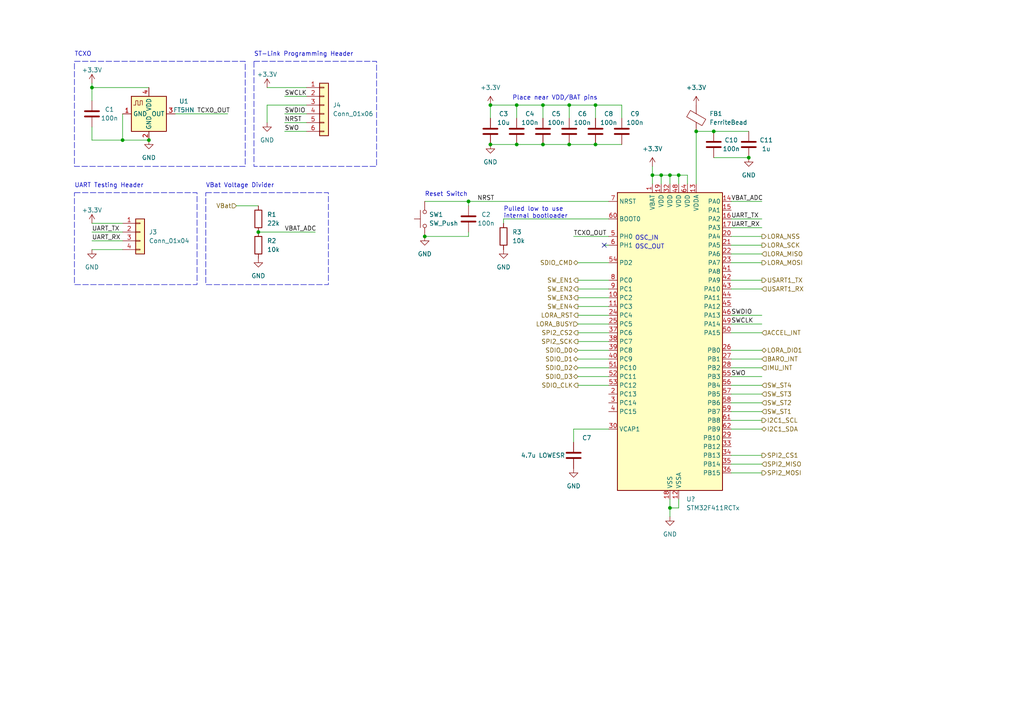
<source format=kicad_sch>
(kicad_sch (version 20230121) (generator eeschema)

  (uuid 46d6207c-c3a8-4583-8068-e36385723fc2)

  (paper "A4")

  (lib_symbols
    (symbol "Connector_Generic:Conn_01x04" (pin_names (offset 1.016) hide) (in_bom yes) (on_board yes)
      (property "Reference" "J" (at 0 5.08 0)
        (effects (font (size 1.27 1.27)))
      )
      (property "Value" "Conn_01x04" (at 0 -7.62 0)
        (effects (font (size 1.27 1.27)))
      )
      (property "Footprint" "" (at 0 0 0)
        (effects (font (size 1.27 1.27)) hide)
      )
      (property "Datasheet" "~" (at 0 0 0)
        (effects (font (size 1.27 1.27)) hide)
      )
      (property "ki_keywords" "connector" (at 0 0 0)
        (effects (font (size 1.27 1.27)) hide)
      )
      (property "ki_description" "Generic connector, single row, 01x04, script generated (kicad-library-utils/schlib/autogen/connector/)" (at 0 0 0)
        (effects (font (size 1.27 1.27)) hide)
      )
      (property "ki_fp_filters" "Connector*:*_1x??_*" (at 0 0 0)
        (effects (font (size 1.27 1.27)) hide)
      )
      (symbol "Conn_01x04_1_1"
        (rectangle (start -1.27 -4.953) (end 0 -5.207)
          (stroke (width 0.1524) (type default))
          (fill (type none))
        )
        (rectangle (start -1.27 -2.413) (end 0 -2.667)
          (stroke (width 0.1524) (type default))
          (fill (type none))
        )
        (rectangle (start -1.27 0.127) (end 0 -0.127)
          (stroke (width 0.1524) (type default))
          (fill (type none))
        )
        (rectangle (start -1.27 2.667) (end 0 2.413)
          (stroke (width 0.1524) (type default))
          (fill (type none))
        )
        (rectangle (start -1.27 3.81) (end 1.27 -6.35)
          (stroke (width 0.254) (type default))
          (fill (type background))
        )
        (pin passive line (at -5.08 2.54 0) (length 3.81)
          (name "Pin_1" (effects (font (size 1.27 1.27))))
          (number "1" (effects (font (size 1.27 1.27))))
        )
        (pin passive line (at -5.08 0 0) (length 3.81)
          (name "Pin_2" (effects (font (size 1.27 1.27))))
          (number "2" (effects (font (size 1.27 1.27))))
        )
        (pin passive line (at -5.08 -2.54 0) (length 3.81)
          (name "Pin_3" (effects (font (size 1.27 1.27))))
          (number "3" (effects (font (size 1.27 1.27))))
        )
        (pin passive line (at -5.08 -5.08 0) (length 3.81)
          (name "Pin_4" (effects (font (size 1.27 1.27))))
          (number "4" (effects (font (size 1.27 1.27))))
        )
      )
    )
    (symbol "Connector_Generic:Conn_01x06" (pin_names (offset 1.016) hide) (in_bom yes) (on_board yes)
      (property "Reference" "J" (at 0 7.62 0)
        (effects (font (size 1.27 1.27)))
      )
      (property "Value" "Conn_01x06" (at 0 -10.16 0)
        (effects (font (size 1.27 1.27)))
      )
      (property "Footprint" "" (at 0 0 0)
        (effects (font (size 1.27 1.27)) hide)
      )
      (property "Datasheet" "~" (at 0 0 0)
        (effects (font (size 1.27 1.27)) hide)
      )
      (property "ki_keywords" "connector" (at 0 0 0)
        (effects (font (size 1.27 1.27)) hide)
      )
      (property "ki_description" "Generic connector, single row, 01x06, script generated (kicad-library-utils/schlib/autogen/connector/)" (at 0 0 0)
        (effects (font (size 1.27 1.27)) hide)
      )
      (property "ki_fp_filters" "Connector*:*_1x??_*" (at 0 0 0)
        (effects (font (size 1.27 1.27)) hide)
      )
      (symbol "Conn_01x06_1_1"
        (rectangle (start -1.27 -7.493) (end 0 -7.747)
          (stroke (width 0.1524) (type default))
          (fill (type none))
        )
        (rectangle (start -1.27 -4.953) (end 0 -5.207)
          (stroke (width 0.1524) (type default))
          (fill (type none))
        )
        (rectangle (start -1.27 -2.413) (end 0 -2.667)
          (stroke (width 0.1524) (type default))
          (fill (type none))
        )
        (rectangle (start -1.27 0.127) (end 0 -0.127)
          (stroke (width 0.1524) (type default))
          (fill (type none))
        )
        (rectangle (start -1.27 2.667) (end 0 2.413)
          (stroke (width 0.1524) (type default))
          (fill (type none))
        )
        (rectangle (start -1.27 5.207) (end 0 4.953)
          (stroke (width 0.1524) (type default))
          (fill (type none))
        )
        (rectangle (start -1.27 6.35) (end 1.27 -8.89)
          (stroke (width 0.254) (type default))
          (fill (type background))
        )
        (pin passive line (at -5.08 5.08 0) (length 3.81)
          (name "Pin_1" (effects (font (size 1.27 1.27))))
          (number "1" (effects (font (size 1.27 1.27))))
        )
        (pin passive line (at -5.08 2.54 0) (length 3.81)
          (name "Pin_2" (effects (font (size 1.27 1.27))))
          (number "2" (effects (font (size 1.27 1.27))))
        )
        (pin passive line (at -5.08 0 0) (length 3.81)
          (name "Pin_3" (effects (font (size 1.27 1.27))))
          (number "3" (effects (font (size 1.27 1.27))))
        )
        (pin passive line (at -5.08 -2.54 0) (length 3.81)
          (name "Pin_4" (effects (font (size 1.27 1.27))))
          (number "4" (effects (font (size 1.27 1.27))))
        )
        (pin passive line (at -5.08 -5.08 0) (length 3.81)
          (name "Pin_5" (effects (font (size 1.27 1.27))))
          (number "5" (effects (font (size 1.27 1.27))))
        )
        (pin passive line (at -5.08 -7.62 0) (length 3.81)
          (name "Pin_6" (effects (font (size 1.27 1.27))))
          (number "6" (effects (font (size 1.27 1.27))))
        )
      )
    )
    (symbol "Device:C" (pin_numbers hide) (pin_names (offset 0.254)) (in_bom yes) (on_board yes)
      (property "Reference" "C" (at 0.635 2.54 0)
        (effects (font (size 1.27 1.27)) (justify left))
      )
      (property "Value" "C" (at 0.635 -2.54 0)
        (effects (font (size 1.27 1.27)) (justify left))
      )
      (property "Footprint" "" (at 0.9652 -3.81 0)
        (effects (font (size 1.27 1.27)) hide)
      )
      (property "Datasheet" "~" (at 0 0 0)
        (effects (font (size 1.27 1.27)) hide)
      )
      (property "ki_keywords" "cap capacitor" (at 0 0 0)
        (effects (font (size 1.27 1.27)) hide)
      )
      (property "ki_description" "Unpolarized capacitor" (at 0 0 0)
        (effects (font (size 1.27 1.27)) hide)
      )
      (property "ki_fp_filters" "C_*" (at 0 0 0)
        (effects (font (size 1.27 1.27)) hide)
      )
      (symbol "C_0_1"
        (polyline
          (pts
            (xy -2.032 -0.762)
            (xy 2.032 -0.762)
          )
          (stroke (width 0.508) (type default))
          (fill (type none))
        )
        (polyline
          (pts
            (xy -2.032 0.762)
            (xy 2.032 0.762)
          )
          (stroke (width 0.508) (type default))
          (fill (type none))
        )
      )
      (symbol "C_1_1"
        (pin passive line (at 0 3.81 270) (length 2.794)
          (name "~" (effects (font (size 1.27 1.27))))
          (number "1" (effects (font (size 1.27 1.27))))
        )
        (pin passive line (at 0 -3.81 90) (length 2.794)
          (name "~" (effects (font (size 1.27 1.27))))
          (number "2" (effects (font (size 1.27 1.27))))
        )
      )
    )
    (symbol "Device:FerriteBead" (pin_numbers hide) (pin_names (offset 0)) (in_bom yes) (on_board yes)
      (property "Reference" "FB" (at -3.81 0.635 90)
        (effects (font (size 1.27 1.27)))
      )
      (property "Value" "FerriteBead" (at 3.81 0 90)
        (effects (font (size 1.27 1.27)))
      )
      (property "Footprint" "" (at -1.778 0 90)
        (effects (font (size 1.27 1.27)) hide)
      )
      (property "Datasheet" "~" (at 0 0 0)
        (effects (font (size 1.27 1.27)) hide)
      )
      (property "ki_keywords" "L ferrite bead inductor filter" (at 0 0 0)
        (effects (font (size 1.27 1.27)) hide)
      )
      (property "ki_description" "Ferrite bead" (at 0 0 0)
        (effects (font (size 1.27 1.27)) hide)
      )
      (property "ki_fp_filters" "Inductor_* L_* *Ferrite*" (at 0 0 0)
        (effects (font (size 1.27 1.27)) hide)
      )
      (symbol "FerriteBead_0_1"
        (polyline
          (pts
            (xy 0 -1.27)
            (xy 0 -1.2192)
          )
          (stroke (width 0) (type default))
          (fill (type none))
        )
        (polyline
          (pts
            (xy 0 1.27)
            (xy 0 1.2954)
          )
          (stroke (width 0) (type default))
          (fill (type none))
        )
        (polyline
          (pts
            (xy -2.7686 0.4064)
            (xy -1.7018 2.2606)
            (xy 2.7686 -0.3048)
            (xy 1.6764 -2.159)
            (xy -2.7686 0.4064)
          )
          (stroke (width 0) (type default))
          (fill (type none))
        )
      )
      (symbol "FerriteBead_1_1"
        (pin passive line (at 0 3.81 270) (length 2.54)
          (name "~" (effects (font (size 1.27 1.27))))
          (number "1" (effects (font (size 1.27 1.27))))
        )
        (pin passive line (at 0 -3.81 90) (length 2.54)
          (name "~" (effects (font (size 1.27 1.27))))
          (number "2" (effects (font (size 1.27 1.27))))
        )
      )
    )
    (symbol "Device:R" (pin_numbers hide) (pin_names (offset 0)) (in_bom yes) (on_board yes)
      (property "Reference" "R" (at 2.032 0 90)
        (effects (font (size 1.27 1.27)))
      )
      (property "Value" "R" (at 0 0 90)
        (effects (font (size 1.27 1.27)))
      )
      (property "Footprint" "" (at -1.778 0 90)
        (effects (font (size 1.27 1.27)) hide)
      )
      (property "Datasheet" "~" (at 0 0 0)
        (effects (font (size 1.27 1.27)) hide)
      )
      (property "ki_keywords" "R res resistor" (at 0 0 0)
        (effects (font (size 1.27 1.27)) hide)
      )
      (property "ki_description" "Resistor" (at 0 0 0)
        (effects (font (size 1.27 1.27)) hide)
      )
      (property "ki_fp_filters" "R_*" (at 0 0 0)
        (effects (font (size 1.27 1.27)) hide)
      )
      (symbol "R_0_1"
        (rectangle (start -1.016 -2.54) (end 1.016 2.54)
          (stroke (width 0.254) (type default))
          (fill (type none))
        )
      )
      (symbol "R_1_1"
        (pin passive line (at 0 3.81 270) (length 1.27)
          (name "~" (effects (font (size 1.27 1.27))))
          (number "1" (effects (font (size 1.27 1.27))))
        )
        (pin passive line (at 0 -3.81 90) (length 1.27)
          (name "~" (effects (font (size 1.27 1.27))))
          (number "2" (effects (font (size 1.27 1.27))))
        )
      )
    )
    (symbol "MCU_ST_STM32F4:STM32F411RCTx" (in_bom yes) (on_board yes)
      (property "Reference" "U" (at -15.24 44.45 0)
        (effects (font (size 1.27 1.27)) (justify left))
      )
      (property "Value" "STM32F411RCTx" (at 10.16 44.45 0)
        (effects (font (size 1.27 1.27)) (justify left))
      )
      (property "Footprint" "Package_QFP:LQFP-64_10x10mm_P0.5mm" (at -15.24 -43.18 0)
        (effects (font (size 1.27 1.27)) (justify right) hide)
      )
      (property "Datasheet" "https://www.st.com/resource/en/datasheet/stm32f411rc.pdf" (at 0 0 0)
        (effects (font (size 1.27 1.27)) hide)
      )
      (property "ki_locked" "" (at 0 0 0)
        (effects (font (size 1.27 1.27)))
      )
      (property "ki_keywords" "Arm Cortex-M4 STM32F4 STM32F411" (at 0 0 0)
        (effects (font (size 1.27 1.27)) hide)
      )
      (property "ki_description" "STMicroelectronics Arm Cortex-M4 MCU, 256KB flash, 128KB RAM, 100 MHz, 1.7-3.6V, 50 GPIO, LQFP64" (at 0 0 0)
        (effects (font (size 1.27 1.27)) hide)
      )
      (property "ki_fp_filters" "LQFP*10x10mm*P0.5mm*" (at 0 0 0)
        (effects (font (size 1.27 1.27)) hide)
      )
      (symbol "STM32F411RCTx_0_1"
        (rectangle (start -15.24 -43.18) (end 15.24 43.18)
          (stroke (width 0.254) (type default))
          (fill (type background))
        )
      )
      (symbol "STM32F411RCTx_1_1"
        (pin power_in line (at -5.08 45.72 270) (length 2.54)
          (name "VBAT" (effects (font (size 1.27 1.27))))
          (number "1" (effects (font (size 1.27 1.27))))
        )
        (pin bidirectional line (at -17.78 12.7 0) (length 2.54)
          (name "PC2" (effects (font (size 1.27 1.27))))
          (number "10" (effects (font (size 1.27 1.27))))
          (alternate "ADC1_IN12" bidirectional line)
          (alternate "I2S2_ext_SD" bidirectional line)
          (alternate "SPI2_MISO" bidirectional line)
        )
        (pin bidirectional line (at -17.78 10.16 0) (length 2.54)
          (name "PC3" (effects (font (size 1.27 1.27))))
          (number "11" (effects (font (size 1.27 1.27))))
          (alternate "ADC1_IN13" bidirectional line)
          (alternate "I2S2_SD" bidirectional line)
          (alternate "SPI2_MOSI" bidirectional line)
        )
        (pin power_in line (at 2.54 -45.72 90) (length 2.54)
          (name "VSSA" (effects (font (size 1.27 1.27))))
          (number "12" (effects (font (size 1.27 1.27))))
        )
        (pin power_in line (at 7.62 45.72 270) (length 2.54)
          (name "VDDA" (effects (font (size 1.27 1.27))))
          (number "13" (effects (font (size 1.27 1.27))))
        )
        (pin bidirectional line (at 17.78 40.64 180) (length 2.54)
          (name "PA0" (effects (font (size 1.27 1.27))))
          (number "14" (effects (font (size 1.27 1.27))))
          (alternate "ADC1_IN0" bidirectional line)
          (alternate "SYS_WKUP" bidirectional line)
          (alternate "TIM2_CH1" bidirectional line)
          (alternate "TIM2_ETR" bidirectional line)
          (alternate "TIM5_CH1" bidirectional line)
          (alternate "USART2_CTS" bidirectional line)
        )
        (pin bidirectional line (at 17.78 38.1 180) (length 2.54)
          (name "PA1" (effects (font (size 1.27 1.27))))
          (number "15" (effects (font (size 1.27 1.27))))
          (alternate "ADC1_IN1" bidirectional line)
          (alternate "I2S4_SD" bidirectional line)
          (alternate "SPI4_MOSI" bidirectional line)
          (alternate "TIM2_CH2" bidirectional line)
          (alternate "TIM5_CH2" bidirectional line)
          (alternate "USART2_RTS" bidirectional line)
        )
        (pin bidirectional line (at 17.78 35.56 180) (length 2.54)
          (name "PA2" (effects (font (size 1.27 1.27))))
          (number "16" (effects (font (size 1.27 1.27))))
          (alternate "ADC1_IN2" bidirectional line)
          (alternate "I2S_CKIN" bidirectional line)
          (alternate "TIM2_CH3" bidirectional line)
          (alternate "TIM5_CH3" bidirectional line)
          (alternate "TIM9_CH1" bidirectional line)
          (alternate "USART2_TX" bidirectional line)
        )
        (pin bidirectional line (at 17.78 33.02 180) (length 2.54)
          (name "PA3" (effects (font (size 1.27 1.27))))
          (number "17" (effects (font (size 1.27 1.27))))
          (alternate "ADC1_IN3" bidirectional line)
          (alternate "I2S2_MCK" bidirectional line)
          (alternate "TIM2_CH4" bidirectional line)
          (alternate "TIM5_CH4" bidirectional line)
          (alternate "TIM9_CH2" bidirectional line)
          (alternate "USART2_RX" bidirectional line)
        )
        (pin power_in line (at 0 -45.72 90) (length 2.54)
          (name "VSS" (effects (font (size 1.27 1.27))))
          (number "18" (effects (font (size 1.27 1.27))))
        )
        (pin power_in line (at -2.54 45.72 270) (length 2.54)
          (name "VDD" (effects (font (size 1.27 1.27))))
          (number "19" (effects (font (size 1.27 1.27))))
        )
        (pin bidirectional line (at -17.78 -15.24 0) (length 2.54)
          (name "PC13" (effects (font (size 1.27 1.27))))
          (number "2" (effects (font (size 1.27 1.27))))
          (alternate "RTC_AF1" bidirectional line)
        )
        (pin bidirectional line (at 17.78 30.48 180) (length 2.54)
          (name "PA4" (effects (font (size 1.27 1.27))))
          (number "20" (effects (font (size 1.27 1.27))))
          (alternate "ADC1_IN4" bidirectional line)
          (alternate "I2S1_WS" bidirectional line)
          (alternate "I2S3_WS" bidirectional line)
          (alternate "SPI1_NSS" bidirectional line)
          (alternate "SPI3_NSS" bidirectional line)
          (alternate "USART2_CK" bidirectional line)
        )
        (pin bidirectional line (at 17.78 27.94 180) (length 2.54)
          (name "PA5" (effects (font (size 1.27 1.27))))
          (number "21" (effects (font (size 1.27 1.27))))
          (alternate "ADC1_IN5" bidirectional line)
          (alternate "I2S1_CK" bidirectional line)
          (alternate "SPI1_SCK" bidirectional line)
          (alternate "TIM2_CH1" bidirectional line)
          (alternate "TIM2_ETR" bidirectional line)
        )
        (pin bidirectional line (at 17.78 25.4 180) (length 2.54)
          (name "PA6" (effects (font (size 1.27 1.27))))
          (number "22" (effects (font (size 1.27 1.27))))
          (alternate "ADC1_IN6" bidirectional line)
          (alternate "I2S2_MCK" bidirectional line)
          (alternate "SDIO_CMD" bidirectional line)
          (alternate "SPI1_MISO" bidirectional line)
          (alternate "TIM1_BKIN" bidirectional line)
          (alternate "TIM3_CH1" bidirectional line)
        )
        (pin bidirectional line (at 17.78 22.86 180) (length 2.54)
          (name "PA7" (effects (font (size 1.27 1.27))))
          (number "23" (effects (font (size 1.27 1.27))))
          (alternate "ADC1_IN7" bidirectional line)
          (alternate "I2S1_SD" bidirectional line)
          (alternate "SPI1_MOSI" bidirectional line)
          (alternate "TIM1_CH1N" bidirectional line)
          (alternate "TIM3_CH2" bidirectional line)
        )
        (pin bidirectional line (at -17.78 7.62 0) (length 2.54)
          (name "PC4" (effects (font (size 1.27 1.27))))
          (number "24" (effects (font (size 1.27 1.27))))
          (alternate "ADC1_IN14" bidirectional line)
        )
        (pin bidirectional line (at -17.78 5.08 0) (length 2.54)
          (name "PC5" (effects (font (size 1.27 1.27))))
          (number "25" (effects (font (size 1.27 1.27))))
          (alternate "ADC1_IN15" bidirectional line)
        )
        (pin bidirectional line (at 17.78 -2.54 180) (length 2.54)
          (name "PB0" (effects (font (size 1.27 1.27))))
          (number "26" (effects (font (size 1.27 1.27))))
          (alternate "ADC1_IN8" bidirectional line)
          (alternate "I2S5_CK" bidirectional line)
          (alternate "SPI5_SCK" bidirectional line)
          (alternate "TIM1_CH2N" bidirectional line)
          (alternate "TIM3_CH3" bidirectional line)
        )
        (pin bidirectional line (at 17.78 -5.08 180) (length 2.54)
          (name "PB1" (effects (font (size 1.27 1.27))))
          (number "27" (effects (font (size 1.27 1.27))))
          (alternate "ADC1_IN9" bidirectional line)
          (alternate "I2S5_WS" bidirectional line)
          (alternate "SPI5_NSS" bidirectional line)
          (alternate "TIM1_CH3N" bidirectional line)
          (alternate "TIM3_CH4" bidirectional line)
        )
        (pin bidirectional line (at 17.78 -7.62 180) (length 2.54)
          (name "PB2" (effects (font (size 1.27 1.27))))
          (number "28" (effects (font (size 1.27 1.27))))
        )
        (pin bidirectional line (at 17.78 -27.94 180) (length 2.54)
          (name "PB10" (effects (font (size 1.27 1.27))))
          (number "29" (effects (font (size 1.27 1.27))))
          (alternate "I2C2_SCL" bidirectional line)
          (alternate "I2S2_CK" bidirectional line)
          (alternate "I2S3_MCK" bidirectional line)
          (alternate "SDIO_D7" bidirectional line)
          (alternate "SPI2_SCK" bidirectional line)
          (alternate "TIM2_CH3" bidirectional line)
        )
        (pin bidirectional line (at -17.78 -17.78 0) (length 2.54)
          (name "PC14" (effects (font (size 1.27 1.27))))
          (number "3" (effects (font (size 1.27 1.27))))
          (alternate "RCC_OSC32_IN" bidirectional line)
        )
        (pin power_out line (at -17.78 -25.4 0) (length 2.54)
          (name "VCAP1" (effects (font (size 1.27 1.27))))
          (number "30" (effects (font (size 1.27 1.27))))
        )
        (pin passive line (at 0 -45.72 90) (length 2.54) hide
          (name "VSS" (effects (font (size 1.27 1.27))))
          (number "31" (effects (font (size 1.27 1.27))))
        )
        (pin power_in line (at 0 45.72 270) (length 2.54)
          (name "VDD" (effects (font (size 1.27 1.27))))
          (number "32" (effects (font (size 1.27 1.27))))
        )
        (pin bidirectional line (at 17.78 -30.48 180) (length 2.54)
          (name "PB12" (effects (font (size 1.27 1.27))))
          (number "33" (effects (font (size 1.27 1.27))))
          (alternate "I2C2_SMBA" bidirectional line)
          (alternate "I2S2_WS" bidirectional line)
          (alternate "I2S3_CK" bidirectional line)
          (alternate "I2S4_WS" bidirectional line)
          (alternate "SPI2_NSS" bidirectional line)
          (alternate "SPI3_SCK" bidirectional line)
          (alternate "SPI4_NSS" bidirectional line)
          (alternate "TIM1_BKIN" bidirectional line)
        )
        (pin bidirectional line (at 17.78 -33.02 180) (length 2.54)
          (name "PB13" (effects (font (size 1.27 1.27))))
          (number "34" (effects (font (size 1.27 1.27))))
          (alternate "I2S2_CK" bidirectional line)
          (alternate "I2S4_CK" bidirectional line)
          (alternate "SPI2_SCK" bidirectional line)
          (alternate "SPI4_SCK" bidirectional line)
          (alternate "TIM1_CH1N" bidirectional line)
        )
        (pin bidirectional line (at 17.78 -35.56 180) (length 2.54)
          (name "PB14" (effects (font (size 1.27 1.27))))
          (number "35" (effects (font (size 1.27 1.27))))
          (alternate "I2S2_ext_SD" bidirectional line)
          (alternate "SDIO_D6" bidirectional line)
          (alternate "SPI2_MISO" bidirectional line)
          (alternate "TIM1_CH2N" bidirectional line)
        )
        (pin bidirectional line (at 17.78 -38.1 180) (length 2.54)
          (name "PB15" (effects (font (size 1.27 1.27))))
          (number "36" (effects (font (size 1.27 1.27))))
          (alternate "ADC1_EXTI15" bidirectional line)
          (alternate "I2S2_SD" bidirectional line)
          (alternate "RTC_REFIN" bidirectional line)
          (alternate "SDIO_CK" bidirectional line)
          (alternate "SPI2_MOSI" bidirectional line)
          (alternate "TIM1_CH3N" bidirectional line)
        )
        (pin bidirectional line (at -17.78 2.54 0) (length 2.54)
          (name "PC6" (effects (font (size 1.27 1.27))))
          (number "37" (effects (font (size 1.27 1.27))))
          (alternate "I2S2_MCK" bidirectional line)
          (alternate "SDIO_D6" bidirectional line)
          (alternate "TIM3_CH1" bidirectional line)
          (alternate "USART6_TX" bidirectional line)
        )
        (pin bidirectional line (at -17.78 0 0) (length 2.54)
          (name "PC7" (effects (font (size 1.27 1.27))))
          (number "38" (effects (font (size 1.27 1.27))))
          (alternate "I2S2_CK" bidirectional line)
          (alternate "I2S3_MCK" bidirectional line)
          (alternate "SDIO_D7" bidirectional line)
          (alternate "SPI2_SCK" bidirectional line)
          (alternate "TIM3_CH2" bidirectional line)
          (alternate "USART6_RX" bidirectional line)
        )
        (pin bidirectional line (at -17.78 -2.54 0) (length 2.54)
          (name "PC8" (effects (font (size 1.27 1.27))))
          (number "39" (effects (font (size 1.27 1.27))))
          (alternate "SDIO_D0" bidirectional line)
          (alternate "TIM3_CH3" bidirectional line)
          (alternate "USART6_CK" bidirectional line)
        )
        (pin bidirectional line (at -17.78 -20.32 0) (length 2.54)
          (name "PC15" (effects (font (size 1.27 1.27))))
          (number "4" (effects (font (size 1.27 1.27))))
          (alternate "ADC1_EXTI15" bidirectional line)
          (alternate "RCC_OSC32_OUT" bidirectional line)
        )
        (pin bidirectional line (at -17.78 -5.08 0) (length 2.54)
          (name "PC9" (effects (font (size 1.27 1.27))))
          (number "40" (effects (font (size 1.27 1.27))))
          (alternate "I2C3_SDA" bidirectional line)
          (alternate "I2S_CKIN" bidirectional line)
          (alternate "RCC_MCO_2" bidirectional line)
          (alternate "SDIO_D1" bidirectional line)
          (alternate "TIM3_CH4" bidirectional line)
        )
        (pin bidirectional line (at 17.78 20.32 180) (length 2.54)
          (name "PA8" (effects (font (size 1.27 1.27))))
          (number "41" (effects (font (size 1.27 1.27))))
          (alternate "I2C3_SCL" bidirectional line)
          (alternate "RCC_MCO_1" bidirectional line)
          (alternate "SDIO_D1" bidirectional line)
          (alternate "TIM1_CH1" bidirectional line)
          (alternate "USART1_CK" bidirectional line)
          (alternate "USB_OTG_FS_SOF" bidirectional line)
        )
        (pin bidirectional line (at 17.78 17.78 180) (length 2.54)
          (name "PA9" (effects (font (size 1.27 1.27))))
          (number "42" (effects (font (size 1.27 1.27))))
          (alternate "I2C3_SMBA" bidirectional line)
          (alternate "SDIO_D2" bidirectional line)
          (alternate "TIM1_CH2" bidirectional line)
          (alternate "USART1_TX" bidirectional line)
          (alternate "USB_OTG_FS_VBUS" bidirectional line)
        )
        (pin bidirectional line (at 17.78 15.24 180) (length 2.54)
          (name "PA10" (effects (font (size 1.27 1.27))))
          (number "43" (effects (font (size 1.27 1.27))))
          (alternate "I2S5_SD" bidirectional line)
          (alternate "SPI5_MOSI" bidirectional line)
          (alternate "TIM1_CH3" bidirectional line)
          (alternate "USART1_RX" bidirectional line)
          (alternate "USB_OTG_FS_ID" bidirectional line)
        )
        (pin bidirectional line (at 17.78 12.7 180) (length 2.54)
          (name "PA11" (effects (font (size 1.27 1.27))))
          (number "44" (effects (font (size 1.27 1.27))))
          (alternate "ADC1_EXTI11" bidirectional line)
          (alternate "SPI4_MISO" bidirectional line)
          (alternate "TIM1_CH4" bidirectional line)
          (alternate "USART1_CTS" bidirectional line)
          (alternate "USART6_TX" bidirectional line)
          (alternate "USB_OTG_FS_DM" bidirectional line)
        )
        (pin bidirectional line (at 17.78 10.16 180) (length 2.54)
          (name "PA12" (effects (font (size 1.27 1.27))))
          (number "45" (effects (font (size 1.27 1.27))))
          (alternate "SPI5_MISO" bidirectional line)
          (alternate "TIM1_ETR" bidirectional line)
          (alternate "USART1_RTS" bidirectional line)
          (alternate "USART6_RX" bidirectional line)
          (alternate "USB_OTG_FS_DP" bidirectional line)
        )
        (pin bidirectional line (at 17.78 7.62 180) (length 2.54)
          (name "PA13" (effects (font (size 1.27 1.27))))
          (number "46" (effects (font (size 1.27 1.27))))
          (alternate "SYS_JTMS-SWDIO" bidirectional line)
        )
        (pin passive line (at 0 -45.72 90) (length 2.54) hide
          (name "VSS" (effects (font (size 1.27 1.27))))
          (number "47" (effects (font (size 1.27 1.27))))
        )
        (pin power_in line (at 2.54 45.72 270) (length 2.54)
          (name "VDD" (effects (font (size 1.27 1.27))))
          (number "48" (effects (font (size 1.27 1.27))))
        )
        (pin bidirectional line (at 17.78 5.08 180) (length 2.54)
          (name "PA14" (effects (font (size 1.27 1.27))))
          (number "49" (effects (font (size 1.27 1.27))))
          (alternate "SYS_JTCK-SWCLK" bidirectional line)
        )
        (pin bidirectional line (at -17.78 30.48 0) (length 2.54)
          (name "PH0" (effects (font (size 1.27 1.27))))
          (number "5" (effects (font (size 1.27 1.27))))
          (alternate "RCC_OSC_IN" bidirectional line)
        )
        (pin bidirectional line (at 17.78 2.54 180) (length 2.54)
          (name "PA15" (effects (font (size 1.27 1.27))))
          (number "50" (effects (font (size 1.27 1.27))))
          (alternate "ADC1_EXTI15" bidirectional line)
          (alternate "I2S1_WS" bidirectional line)
          (alternate "I2S3_WS" bidirectional line)
          (alternate "SPI1_NSS" bidirectional line)
          (alternate "SPI3_NSS" bidirectional line)
          (alternate "SYS_JTDI" bidirectional line)
          (alternate "TIM2_CH1" bidirectional line)
          (alternate "TIM2_ETR" bidirectional line)
          (alternate "USART1_TX" bidirectional line)
        )
        (pin bidirectional line (at -17.78 -7.62 0) (length 2.54)
          (name "PC10" (effects (font (size 1.27 1.27))))
          (number "51" (effects (font (size 1.27 1.27))))
          (alternate "I2S3_CK" bidirectional line)
          (alternate "SDIO_D2" bidirectional line)
          (alternate "SPI3_SCK" bidirectional line)
        )
        (pin bidirectional line (at -17.78 -10.16 0) (length 2.54)
          (name "PC11" (effects (font (size 1.27 1.27))))
          (number "52" (effects (font (size 1.27 1.27))))
          (alternate "ADC1_EXTI11" bidirectional line)
          (alternate "I2S3_ext_SD" bidirectional line)
          (alternate "SDIO_D3" bidirectional line)
          (alternate "SPI3_MISO" bidirectional line)
        )
        (pin bidirectional line (at -17.78 -12.7 0) (length 2.54)
          (name "PC12" (effects (font (size 1.27 1.27))))
          (number "53" (effects (font (size 1.27 1.27))))
          (alternate "I2S3_SD" bidirectional line)
          (alternate "SDIO_CK" bidirectional line)
          (alternate "SPI3_MOSI" bidirectional line)
        )
        (pin bidirectional line (at -17.78 22.86 0) (length 2.54)
          (name "PD2" (effects (font (size 1.27 1.27))))
          (number "54" (effects (font (size 1.27 1.27))))
          (alternate "SDIO_CMD" bidirectional line)
          (alternate "TIM3_ETR" bidirectional line)
        )
        (pin bidirectional line (at 17.78 -10.16 180) (length 2.54)
          (name "PB3" (effects (font (size 1.27 1.27))))
          (number "55" (effects (font (size 1.27 1.27))))
          (alternate "I2C2_SDA" bidirectional line)
          (alternate "I2S1_CK" bidirectional line)
          (alternate "I2S3_CK" bidirectional line)
          (alternate "SPI1_SCK" bidirectional line)
          (alternate "SPI3_SCK" bidirectional line)
          (alternate "SYS_JTDO-SWO" bidirectional line)
          (alternate "TIM2_CH2" bidirectional line)
          (alternate "USART1_RX" bidirectional line)
        )
        (pin bidirectional line (at 17.78 -12.7 180) (length 2.54)
          (name "PB4" (effects (font (size 1.27 1.27))))
          (number "56" (effects (font (size 1.27 1.27))))
          (alternate "I2C3_SDA" bidirectional line)
          (alternate "I2S3_ext_SD" bidirectional line)
          (alternate "SDIO_D0" bidirectional line)
          (alternate "SPI1_MISO" bidirectional line)
          (alternate "SPI3_MISO" bidirectional line)
          (alternate "SYS_JTRST" bidirectional line)
          (alternate "TIM3_CH1" bidirectional line)
        )
        (pin bidirectional line (at 17.78 -15.24 180) (length 2.54)
          (name "PB5" (effects (font (size 1.27 1.27))))
          (number "57" (effects (font (size 1.27 1.27))))
          (alternate "I2C1_SMBA" bidirectional line)
          (alternate "I2S1_SD" bidirectional line)
          (alternate "I2S3_SD" bidirectional line)
          (alternate "SDIO_D3" bidirectional line)
          (alternate "SPI1_MOSI" bidirectional line)
          (alternate "SPI3_MOSI" bidirectional line)
          (alternate "TIM3_CH2" bidirectional line)
        )
        (pin bidirectional line (at 17.78 -17.78 180) (length 2.54)
          (name "PB6" (effects (font (size 1.27 1.27))))
          (number "58" (effects (font (size 1.27 1.27))))
          (alternate "I2C1_SCL" bidirectional line)
          (alternate "TIM4_CH1" bidirectional line)
          (alternate "USART1_TX" bidirectional line)
        )
        (pin bidirectional line (at 17.78 -20.32 180) (length 2.54)
          (name "PB7" (effects (font (size 1.27 1.27))))
          (number "59" (effects (font (size 1.27 1.27))))
          (alternate "I2C1_SDA" bidirectional line)
          (alternate "SDIO_D0" bidirectional line)
          (alternate "TIM4_CH2" bidirectional line)
          (alternate "USART1_RX" bidirectional line)
        )
        (pin bidirectional line (at -17.78 27.94 0) (length 2.54)
          (name "PH1" (effects (font (size 1.27 1.27))))
          (number "6" (effects (font (size 1.27 1.27))))
          (alternate "RCC_OSC_OUT" bidirectional line)
        )
        (pin input line (at -17.78 35.56 0) (length 2.54)
          (name "BOOT0" (effects (font (size 1.27 1.27))))
          (number "60" (effects (font (size 1.27 1.27))))
        )
        (pin bidirectional line (at 17.78 -22.86 180) (length 2.54)
          (name "PB8" (effects (font (size 1.27 1.27))))
          (number "61" (effects (font (size 1.27 1.27))))
          (alternate "I2C1_SCL" bidirectional line)
          (alternate "I2C3_SDA" bidirectional line)
          (alternate "I2S5_SD" bidirectional line)
          (alternate "SDIO_D4" bidirectional line)
          (alternate "SPI5_MOSI" bidirectional line)
          (alternate "TIM10_CH1" bidirectional line)
          (alternate "TIM4_CH3" bidirectional line)
        )
        (pin bidirectional line (at 17.78 -25.4 180) (length 2.54)
          (name "PB9" (effects (font (size 1.27 1.27))))
          (number "62" (effects (font (size 1.27 1.27))))
          (alternate "I2C1_SDA" bidirectional line)
          (alternate "I2C2_SDA" bidirectional line)
          (alternate "I2S2_WS" bidirectional line)
          (alternate "SDIO_D5" bidirectional line)
          (alternate "SPI2_NSS" bidirectional line)
          (alternate "TIM11_CH1" bidirectional line)
          (alternate "TIM4_CH4" bidirectional line)
        )
        (pin passive line (at 0 -45.72 90) (length 2.54) hide
          (name "VSS" (effects (font (size 1.27 1.27))))
          (number "63" (effects (font (size 1.27 1.27))))
        )
        (pin power_in line (at 5.08 45.72 270) (length 2.54)
          (name "VDD" (effects (font (size 1.27 1.27))))
          (number "64" (effects (font (size 1.27 1.27))))
        )
        (pin input line (at -17.78 40.64 0) (length 2.54)
          (name "NRST" (effects (font (size 1.27 1.27))))
          (number "7" (effects (font (size 1.27 1.27))))
        )
        (pin bidirectional line (at -17.78 17.78 0) (length 2.54)
          (name "PC0" (effects (font (size 1.27 1.27))))
          (number "8" (effects (font (size 1.27 1.27))))
          (alternate "ADC1_IN10" bidirectional line)
        )
        (pin bidirectional line (at -17.78 15.24 0) (length 2.54)
          (name "PC1" (effects (font (size 1.27 1.27))))
          (number "9" (effects (font (size 1.27 1.27))))
          (alternate "ADC1_IN11" bidirectional line)
        )
      )
    )
    (symbol "Project:FT5HNBPK25.0-T1" (in_bom yes) (on_board yes)
      (property "Reference" "U" (at 5.08 11.43 0)
        (effects (font (size 1.27 1.27)))
      )
      (property "Value" "FT5HN" (at 6.35 8.89 0)
        (effects (font (size 1.27 1.27)))
      )
      (property "Footprint" "Oscillator:Oscillator_SMD_Fox_FT5H_5.0x3.2mm" (at 0 -19.05 0)
        (effects (font (size 1.27 1.27)) hide)
      )
      (property "Datasheet" "https://foxonline.com/wp-content/uploads/pdfs/T5HN_T5HV.pdf" (at 0 -21.59 0)
        (effects (font (size 1.27 1.27)) hide)
      )
      (property "ki_keywords" "TXCO VCTCXO" (at 0 0 0)
        (effects (font (size 1.27 1.27)) hide)
      )
      (property "ki_description" "HCMOS temperature compensated voltage controlled oscillator" (at 0 0 0)
        (effects (font (size 1.27 1.27)) hide)
      )
      (property "ki_fp_filters" "Oscillator*SMD*Fox*FT5H*5.0x3.2mm*" (at 0 0 0)
        (effects (font (size 1.27 1.27)) hide)
      )
      (symbol "FT5HNBPK25.0-T1_0_1"
        (polyline
          (pts
            (xy -4.445 2.54)
            (xy -3.81 2.54)
            (xy -3.81 3.81)
            (xy -3.175 3.81)
            (xy -3.175 2.54)
            (xy -2.54 2.54)
            (xy -2.54 3.81)
            (xy -1.905 3.81)
            (xy -1.905 2.54)
          )
          (stroke (width 0) (type default))
          (fill (type none))
        )
      )
      (symbol "FT5HNBPK25.0-T1_1_1"
        (rectangle (start -5.08 5.08) (end 5.08 -5.08)
          (stroke (width 0.254) (type default))
          (fill (type background))
        )
        (pin input line (at -7.62 0 0) (length 2.54)
          (name "GND" (effects (font (size 1.27 1.27))))
          (number "1" (effects (font (size 1.27 1.27))))
        )
        (pin power_in line (at 0 -7.62 90) (length 2.54)
          (name "GND" (effects (font (size 1.27 1.27))))
          (number "2" (effects (font (size 1.27 1.27))))
        )
        (pin output line (at 7.62 0 180) (length 2.54)
          (name "OUT" (effects (font (size 1.27 1.27))))
          (number "3" (effects (font (size 1.27 1.27))))
        )
        (pin power_in line (at 0 7.62 270) (length 2.54)
          (name "VDD" (effects (font (size 1.27 1.27))))
          (number "4" (effects (font (size 1.27 1.27))))
        )
      )
    )
    (symbol "Switch:SW_Push" (pin_numbers hide) (pin_names (offset 1.016) hide) (in_bom yes) (on_board yes)
      (property "Reference" "SW" (at 1.27 2.54 0)
        (effects (font (size 1.27 1.27)) (justify left))
      )
      (property "Value" "SW_Push" (at 0 -1.524 0)
        (effects (font (size 1.27 1.27)))
      )
      (property "Footprint" "" (at 0 5.08 0)
        (effects (font (size 1.27 1.27)) hide)
      )
      (property "Datasheet" "~" (at 0 5.08 0)
        (effects (font (size 1.27 1.27)) hide)
      )
      (property "ki_keywords" "switch normally-open pushbutton push-button" (at 0 0 0)
        (effects (font (size 1.27 1.27)) hide)
      )
      (property "ki_description" "Push button switch, generic, two pins" (at 0 0 0)
        (effects (font (size 1.27 1.27)) hide)
      )
      (symbol "SW_Push_0_1"
        (circle (center -2.032 0) (radius 0.508)
          (stroke (width 0) (type default))
          (fill (type none))
        )
        (polyline
          (pts
            (xy 0 1.27)
            (xy 0 3.048)
          )
          (stroke (width 0) (type default))
          (fill (type none))
        )
        (polyline
          (pts
            (xy 2.54 1.27)
            (xy -2.54 1.27)
          )
          (stroke (width 0) (type default))
          (fill (type none))
        )
        (circle (center 2.032 0) (radius 0.508)
          (stroke (width 0) (type default))
          (fill (type none))
        )
        (pin passive line (at -5.08 0 0) (length 2.54)
          (name "1" (effects (font (size 1.27 1.27))))
          (number "1" (effects (font (size 1.27 1.27))))
        )
        (pin passive line (at 5.08 0 180) (length 2.54)
          (name "2" (effects (font (size 1.27 1.27))))
          (number "2" (effects (font (size 1.27 1.27))))
        )
      )
    )
    (symbol "power:+3.3V" (power) (pin_names (offset 0)) (in_bom yes) (on_board yes)
      (property "Reference" "#PWR" (at 0 -3.81 0)
        (effects (font (size 1.27 1.27)) hide)
      )
      (property "Value" "+3.3V" (at 0 3.556 0)
        (effects (font (size 1.27 1.27)))
      )
      (property "Footprint" "" (at 0 0 0)
        (effects (font (size 1.27 1.27)) hide)
      )
      (property "Datasheet" "" (at 0 0 0)
        (effects (font (size 1.27 1.27)) hide)
      )
      (property "ki_keywords" "global power" (at 0 0 0)
        (effects (font (size 1.27 1.27)) hide)
      )
      (property "ki_description" "Power symbol creates a global label with name \"+3.3V\"" (at 0 0 0)
        (effects (font (size 1.27 1.27)) hide)
      )
      (symbol "+3.3V_0_1"
        (polyline
          (pts
            (xy -0.762 1.27)
            (xy 0 2.54)
          )
          (stroke (width 0) (type default))
          (fill (type none))
        )
        (polyline
          (pts
            (xy 0 0)
            (xy 0 2.54)
          )
          (stroke (width 0) (type default))
          (fill (type none))
        )
        (polyline
          (pts
            (xy 0 2.54)
            (xy 0.762 1.27)
          )
          (stroke (width 0) (type default))
          (fill (type none))
        )
      )
      (symbol "+3.3V_1_1"
        (pin power_in line (at 0 0 90) (length 0) hide
          (name "+3.3V" (effects (font (size 1.27 1.27))))
          (number "1" (effects (font (size 1.27 1.27))))
        )
      )
    )
    (symbol "power:GND" (power) (pin_names (offset 0)) (in_bom yes) (on_board yes)
      (property "Reference" "#PWR" (at 0 -6.35 0)
        (effects (font (size 1.27 1.27)) hide)
      )
      (property "Value" "GND" (at 0 -3.81 0)
        (effects (font (size 1.27 1.27)))
      )
      (property "Footprint" "" (at 0 0 0)
        (effects (font (size 1.27 1.27)) hide)
      )
      (property "Datasheet" "" (at 0 0 0)
        (effects (font (size 1.27 1.27)) hide)
      )
      (property "ki_keywords" "global power" (at 0 0 0)
        (effects (font (size 1.27 1.27)) hide)
      )
      (property "ki_description" "Power symbol creates a global label with name \"GND\" , ground" (at 0 0 0)
        (effects (font (size 1.27 1.27)) hide)
      )
      (symbol "GND_0_1"
        (polyline
          (pts
            (xy 0 0)
            (xy 0 -1.27)
            (xy 1.27 -1.27)
            (xy 0 -2.54)
            (xy -1.27 -1.27)
            (xy 0 -1.27)
          )
          (stroke (width 0) (type default))
          (fill (type none))
        )
      )
      (symbol "GND_1_1"
        (pin power_in line (at 0 0 270) (length 0) hide
          (name "GND" (effects (font (size 1.27 1.27))))
          (number "1" (effects (font (size 1.27 1.27))))
        )
      )
    )
  )

  (junction (at 207.01 38.1) (diameter 0) (color 0 0 0 0)
    (uuid 06100f25-19fc-4fa3-9e2f-bf6b109471a9)
  )
  (junction (at 149.86 41.91) (diameter 0) (color 0 0 0 0)
    (uuid 0a5a8e6e-1dc9-403f-9386-d933144d9c75)
  )
  (junction (at 135.89 58.42) (diameter 0) (color 0 0 0 0)
    (uuid 122d0c6b-8292-4d02-a9a8-8d7039654a68)
  )
  (junction (at 142.24 30.48) (diameter 0) (color 0 0 0 0)
    (uuid 158f8b81-8fa7-47b6-8624-d2bf21b20ea4)
  )
  (junction (at 172.72 30.48) (diameter 0) (color 0 0 0 0)
    (uuid 2e5bf8a1-b86e-47cb-818a-9e321f9f48bb)
  )
  (junction (at 74.93 67.31) (diameter 0) (color 0 0 0 0)
    (uuid 417e0dc8-be93-4774-becd-a885875c5e03)
  )
  (junction (at 149.86 30.48) (diameter 0) (color 0 0 0 0)
    (uuid 44ddaa38-941c-4f4f-af9c-367523a0a249)
  )
  (junction (at 196.85 50.8) (diameter 0) (color 0 0 0 0)
    (uuid 4ff4dac8-12dc-4f64-912b-838703b3427e)
  )
  (junction (at 123.19 68.58) (diameter 0) (color 0 0 0 0)
    (uuid 543d1afc-fdd7-4916-9813-3a53c7a03813)
  )
  (junction (at 26.67 25.4) (diameter 0) (color 0 0 0 0)
    (uuid 62169664-3d1a-4594-ac72-0e3e4ea62940)
  )
  (junction (at 194.31 50.8) (diameter 0) (color 0 0 0 0)
    (uuid 64dabc66-1779-4ef4-9021-bc6587e0d308)
  )
  (junction (at 201.93 38.1) (diameter 0) (color 0 0 0 0)
    (uuid 719e0d37-8685-4870-bbc2-1f6d2bd028ba)
  )
  (junction (at 157.48 41.91) (diameter 0) (color 0 0 0 0)
    (uuid 75700dba-5382-4bd4-b8be-dcf62859e264)
  )
  (junction (at 189.23 50.8) (diameter 0) (color 0 0 0 0)
    (uuid 91945be7-ea4e-46cb-aed2-a539e9075536)
  )
  (junction (at 157.48 30.48) (diameter 0) (color 0 0 0 0)
    (uuid a26326b3-5076-435b-960d-c9a90fbd565e)
  )
  (junction (at 165.1 30.48) (diameter 0) (color 0 0 0 0)
    (uuid aa812dca-68c9-4f40-8e84-eadd085b953e)
  )
  (junction (at 35.56 40.64) (diameter 0) (color 0 0 0 0)
    (uuid aaebd2f2-0f79-4065-b3b2-50a46a82abe6)
  )
  (junction (at 217.17 45.72) (diameter 0) (color 0 0 0 0)
    (uuid c455662a-b9f4-4d49-b71e-f5a2cace6f90)
  )
  (junction (at 172.72 41.91) (diameter 0) (color 0 0 0 0)
    (uuid d651d16b-6287-403f-b2ed-51e4b3bf0747)
  )
  (junction (at 191.77 50.8) (diameter 0) (color 0 0 0 0)
    (uuid d8321889-d28c-4488-b120-3ac53a53f7d2)
  )
  (junction (at 194.31 147.32) (diameter 0) (color 0 0 0 0)
    (uuid decd7681-825e-4f81-8589-1fb83825db45)
  )
  (junction (at 165.1 41.91) (diameter 0) (color 0 0 0 0)
    (uuid e1d3f3bd-b4e1-4eef-a2aa-c38ce8eac28a)
  )
  (junction (at 43.18 40.64) (diameter 0) (color 0 0 0 0)
    (uuid eb4a17c3-0c88-469c-a0d0-f98b14f994cb)
  )
  (junction (at 142.24 41.91) (diameter 0) (color 0 0 0 0)
    (uuid f17f6303-1df9-419c-93b0-136c2a7dee0e)
  )

  (no_connect (at 175.26 71.12) (uuid 2ac0b4a2-7f64-4659-8dbd-8e573057bc04))

  (wire (pts (xy 26.67 69.85) (xy 35.56 69.85))
    (stroke (width 0) (type default))
    (uuid 0685c6c3-0d20-470b-8143-243b6edbbeaa)
  )
  (wire (pts (xy 196.85 50.8) (xy 199.39 50.8))
    (stroke (width 0) (type default))
    (uuid 08b24582-a4f3-4b8d-8562-4e38c1b5a734)
  )
  (wire (pts (xy 212.09 106.68) (xy 220.98 106.68))
    (stroke (width 0) (type default))
    (uuid 0a0f4d9f-c24d-4026-9137-03bf2024953b)
  )
  (wire (pts (xy 194.31 149.86) (xy 194.31 147.32))
    (stroke (width 0) (type default))
    (uuid 0b0f91f1-d4a8-4003-8003-b5f44df68f7f)
  )
  (wire (pts (xy 26.67 40.64) (xy 35.56 40.64))
    (stroke (width 0) (type default))
    (uuid 0b5ce0c6-6268-49c1-aecf-6e92ff7cebcb)
  )
  (wire (pts (xy 74.93 67.31) (xy 91.44 67.31))
    (stroke (width 0) (type default))
    (uuid 0ef3d0c8-fa14-4e6a-bcb2-5bf23c1d8709)
  )
  (wire (pts (xy 194.31 50.8) (xy 196.85 50.8))
    (stroke (width 0) (type default))
    (uuid 10ea14d0-be39-404f-af6f-cbe88a57cd2b)
  )
  (wire (pts (xy 167.64 111.76) (xy 176.53 111.76))
    (stroke (width 0) (type default))
    (uuid 121952f6-c214-4592-87b1-a6b4369fdb7c)
  )
  (wire (pts (xy 212.09 124.46) (xy 220.98 124.46))
    (stroke (width 0) (type default))
    (uuid 134379c4-aace-424c-ba12-3a59e96ba49e)
  )
  (wire (pts (xy 180.34 30.48) (xy 172.72 30.48))
    (stroke (width 0) (type default))
    (uuid 15e452c4-0d2f-4757-8a59-3bf3d75cbbcf)
  )
  (wire (pts (xy 149.86 30.48) (xy 157.48 30.48))
    (stroke (width 0) (type default))
    (uuid 16cf0cb5-6577-4caa-a690-4cc50629c3c1)
  )
  (wire (pts (xy 157.48 41.91) (xy 165.1 41.91))
    (stroke (width 0) (type default))
    (uuid 1b6352ec-49b0-4f35-a292-e987f8e27323)
  )
  (wire (pts (xy 212.09 83.82) (xy 220.98 83.82))
    (stroke (width 0) (type default))
    (uuid 20876c53-5ce6-430a-9ec7-294cce180d23)
  )
  (wire (pts (xy 26.67 67.31) (xy 35.56 67.31))
    (stroke (width 0) (type default))
    (uuid 2160d86a-323e-453d-b039-4819fe20cd17)
  )
  (wire (pts (xy 220.98 137.16) (xy 212.09 137.16))
    (stroke (width 0) (type default))
    (uuid 286b76dd-7208-4c65-8164-d1b84d76bb31)
  )
  (wire (pts (xy 212.09 73.66) (xy 220.98 73.66))
    (stroke (width 0) (type default))
    (uuid 29c6240b-e99f-44d5-8912-4f100c7a95cf)
  )
  (wire (pts (xy 212.09 101.6) (xy 220.98 101.6))
    (stroke (width 0) (type default))
    (uuid 2d371470-701a-491e-aab6-c848a051087f)
  )
  (wire (pts (xy 191.77 50.8) (xy 194.31 50.8))
    (stroke (width 0) (type default))
    (uuid 2e0b1f29-8217-4280-b5c2-dcc9e50c1442)
  )
  (wire (pts (xy 35.56 40.64) (xy 43.18 40.64))
    (stroke (width 0) (type default))
    (uuid 2ea2547b-71cc-4cfc-b167-8e199889845d)
  )
  (wire (pts (xy 146.05 63.5) (xy 146.05 64.77))
    (stroke (width 0) (type default))
    (uuid 3218ebbe-ae66-42ac-bc6b-0e1b44d9e437)
  )
  (wire (pts (xy 189.23 48.26) (xy 189.23 50.8))
    (stroke (width 0) (type default))
    (uuid 32b9fb49-d418-43a9-8832-2ea5986480f2)
  )
  (wire (pts (xy 142.24 34.29) (xy 142.24 30.48))
    (stroke (width 0) (type default))
    (uuid 3b0d9631-edc0-4f5a-b14b-023cb162c28e)
  )
  (wire (pts (xy 212.09 71.12) (xy 220.98 71.12))
    (stroke (width 0) (type default))
    (uuid 3b485de1-5d02-4d43-a9bb-e1171ef37695)
  )
  (wire (pts (xy 189.23 50.8) (xy 191.77 50.8))
    (stroke (width 0) (type default))
    (uuid 3ce4c807-bc30-4cfb-b94a-f15d421ba4c4)
  )
  (wire (pts (xy 212.09 93.98) (xy 220.98 93.98))
    (stroke (width 0) (type default))
    (uuid 414e200b-eda4-4cbf-bab4-14a56a1d2d4b)
  )
  (wire (pts (xy 212.09 66.04) (xy 220.98 66.04))
    (stroke (width 0) (type default))
    (uuid 44e3decd-306c-4672-be47-f803476f188a)
  )
  (wire (pts (xy 194.31 147.32) (xy 196.85 147.32))
    (stroke (width 0) (type default))
    (uuid 458f963e-0db4-47fb-9552-5a66234bbd4c)
  )
  (wire (pts (xy 149.86 41.91) (xy 157.48 41.91))
    (stroke (width 0) (type default))
    (uuid 462192bc-cd38-4bac-a072-6f07821fb4d8)
  )
  (wire (pts (xy 176.53 91.44) (xy 167.64 91.44))
    (stroke (width 0) (type default))
    (uuid 463307ca-3222-47b6-a8ff-58450d8f4a90)
  )
  (wire (pts (xy 212.09 76.2) (xy 220.98 76.2))
    (stroke (width 0) (type default))
    (uuid 470ec84a-e2fb-402b-a6dc-7f33731f0f5a)
  )
  (wire (pts (xy 212.09 91.44) (xy 220.98 91.44))
    (stroke (width 0) (type default))
    (uuid 4a72b635-3015-4483-9001-733360ceeb87)
  )
  (wire (pts (xy 149.86 30.48) (xy 149.86 34.29))
    (stroke (width 0) (type default))
    (uuid 4b9fe38b-7635-48c2-879b-0da0edd19b15)
  )
  (wire (pts (xy 135.89 58.42) (xy 135.89 59.69))
    (stroke (width 0) (type default))
    (uuid 50dff572-16e0-4035-8e62-4f974d308b44)
  )
  (wire (pts (xy 172.72 34.29) (xy 172.72 30.48))
    (stroke (width 0) (type default))
    (uuid 523b40dd-26f5-4342-b617-e1acbed95ea3)
  )
  (wire (pts (xy 167.64 101.6) (xy 176.53 101.6))
    (stroke (width 0) (type default))
    (uuid 53bc7789-aabb-4502-9573-b0fef05b6dfa)
  )
  (wire (pts (xy 167.64 86.36) (xy 176.53 86.36))
    (stroke (width 0) (type default))
    (uuid 53c50147-0a8d-4bff-b4ba-0749a4176a20)
  )
  (wire (pts (xy 212.09 96.52) (xy 220.98 96.52))
    (stroke (width 0) (type default))
    (uuid 54cb7945-bd6a-4196-83ae-4af172d35f49)
  )
  (wire (pts (xy 167.64 96.52) (xy 176.53 96.52))
    (stroke (width 0) (type default))
    (uuid 5664e0b0-e0d4-4e46-9b1d-36b07992c921)
  )
  (wire (pts (xy 77.47 25.4) (xy 88.9 25.4))
    (stroke (width 0) (type default))
    (uuid 568b11a7-f3cb-46af-b7cf-3560830ed0c9)
  )
  (wire (pts (xy 194.31 144.78) (xy 194.31 147.32))
    (stroke (width 0) (type default))
    (uuid 5aa7cc34-b2b0-4b1f-8f8a-3505535d605e)
  )
  (wire (pts (xy 135.89 68.58) (xy 135.89 67.31))
    (stroke (width 0) (type default))
    (uuid 5f9b65d9-a776-401f-97d9-c3e51de070b3)
  )
  (wire (pts (xy 220.98 111.76) (xy 212.09 111.76))
    (stroke (width 0) (type default))
    (uuid 60925e9c-ab04-4b78-9e3e-673c78a189c2)
  )
  (wire (pts (xy 196.85 50.8) (xy 196.85 53.34))
    (stroke (width 0) (type default))
    (uuid 61b8e210-bb3c-4903-b0c5-23a7fc7caf29)
  )
  (wire (pts (xy 68.58 59.69) (xy 74.93 59.69))
    (stroke (width 0) (type default))
    (uuid 6340229f-d6fc-4f83-b064-d617e7477ee0)
  )
  (wire (pts (xy 212.09 63.5) (xy 220.98 63.5))
    (stroke (width 0) (type default))
    (uuid 6608e25e-91c0-42e2-bcf3-023b54eb4379)
  )
  (wire (pts (xy 207.01 45.72) (xy 217.17 45.72))
    (stroke (width 0) (type default))
    (uuid 66620099-fcc2-4424-a424-f268c16feb18)
  )
  (wire (pts (xy 212.09 68.58) (xy 220.98 68.58))
    (stroke (width 0) (type default))
    (uuid 66dd4b87-9d72-412d-8fee-21ae0c8325d2)
  )
  (wire (pts (xy 212.09 121.92) (xy 220.98 121.92))
    (stroke (width 0) (type default))
    (uuid 6942fc60-5e97-4f96-ad49-ab06a1e99cff)
  )
  (wire (pts (xy 189.23 50.8) (xy 189.23 53.34))
    (stroke (width 0) (type default))
    (uuid 6aa0ee9a-45fb-4940-935a-c636b00415ca)
  )
  (wire (pts (xy 167.64 76.2) (xy 176.53 76.2))
    (stroke (width 0) (type default))
    (uuid 6b793780-eb95-40a8-b564-c719cdce9dce)
  )
  (wire (pts (xy 123.19 58.42) (xy 135.89 58.42))
    (stroke (width 0) (type default))
    (uuid 6eb5712b-65b3-4d7d-8ef3-f145205add26)
  )
  (wire (pts (xy 176.53 93.98) (xy 167.64 93.98))
    (stroke (width 0) (type default))
    (uuid 722b1f44-885c-490d-a408-9b7266f7ce30)
  )
  (wire (pts (xy 146.05 63.5) (xy 176.53 63.5))
    (stroke (width 0) (type default))
    (uuid 76388049-5a50-4e17-91b6-5e14ca0fa9b3)
  )
  (wire (pts (xy 50.8 33.02) (xy 66.04 33.02))
    (stroke (width 0) (type default))
    (uuid 76c2943d-d687-46f1-906c-067cbea1a5e7)
  )
  (wire (pts (xy 220.98 114.3) (xy 212.09 114.3))
    (stroke (width 0) (type default))
    (uuid 7764a8bf-ddb9-4507-bb5b-3b0181c2637a)
  )
  (wire (pts (xy 191.77 53.34) (xy 191.77 50.8))
    (stroke (width 0) (type default))
    (uuid 7906e5e2-48a8-4576-9282-08c3b4fc947b)
  )
  (wire (pts (xy 207.01 38.1) (xy 217.17 38.1))
    (stroke (width 0) (type default))
    (uuid 7c2c3dca-4296-490c-9371-5d6365e226a0)
  )
  (wire (pts (xy 35.56 33.02) (xy 35.56 40.64))
    (stroke (width 0) (type default))
    (uuid 806d67b7-2733-41de-ae9a-49f1b5a39e43)
  )
  (wire (pts (xy 201.93 38.1) (xy 207.01 38.1))
    (stroke (width 0) (type default))
    (uuid 82861c2a-60bf-45bb-9189-4b0eebdb76e7)
  )
  (wire (pts (xy 167.64 88.9) (xy 176.53 88.9))
    (stroke (width 0) (type default))
    (uuid 85779ecc-1861-427d-92ba-938c745219fb)
  )
  (wire (pts (xy 176.53 124.46) (xy 166.37 124.46))
    (stroke (width 0) (type default))
    (uuid 8fa2f721-254f-465e-8369-c6fba6570a77)
  )
  (wire (pts (xy 82.55 27.94) (xy 88.9 27.94))
    (stroke (width 0) (type default))
    (uuid 92d1568b-f1ac-4c24-8a33-784554cb459b)
  )
  (wire (pts (xy 26.67 25.4) (xy 26.67 29.21))
    (stroke (width 0) (type default))
    (uuid 937cce4d-083f-43b0-bbee-f092fa468bc9)
  )
  (wire (pts (xy 82.55 38.1) (xy 88.9 38.1))
    (stroke (width 0) (type default))
    (uuid 94231611-b0c2-49c5-9d56-d78c240712ad)
  )
  (wire (pts (xy 35.56 72.39) (xy 26.67 72.39))
    (stroke (width 0) (type default))
    (uuid 95b10d0b-fc0a-4c85-b1f3-d40c569e7501)
  )
  (wire (pts (xy 180.34 34.29) (xy 180.34 30.48))
    (stroke (width 0) (type default))
    (uuid 9707f460-0b3c-466a-9596-32a4197a054a)
  )
  (wire (pts (xy 165.1 30.48) (xy 165.1 34.29))
    (stroke (width 0) (type default))
    (uuid 99b72b61-c80c-4905-9af7-ef537497b67d)
  )
  (wire (pts (xy 212.09 104.14) (xy 220.98 104.14))
    (stroke (width 0) (type default))
    (uuid 9ae8fca9-fb44-4181-9c09-0ff7c41a7c20)
  )
  (wire (pts (xy 176.53 81.28) (xy 167.64 81.28))
    (stroke (width 0) (type default))
    (uuid 9ee97eb6-ccfb-46ef-ab8c-26e0b2ba1ffe)
  )
  (wire (pts (xy 176.53 83.82) (xy 167.64 83.82))
    (stroke (width 0) (type default))
    (uuid a0f9241f-f99f-4c53-ac5b-56c1ab764803)
  )
  (wire (pts (xy 26.67 25.4) (xy 43.18 25.4))
    (stroke (width 0) (type default))
    (uuid a7c2715e-bed1-4587-a199-6f334c9d182a)
  )
  (wire (pts (xy 82.55 35.56) (xy 88.9 35.56))
    (stroke (width 0) (type default))
    (uuid ae8a4113-d4b1-43b3-b6d6-cfb0f7d2c88c)
  )
  (wire (pts (xy 175.26 71.12) (xy 176.53 71.12))
    (stroke (width 0) (type default))
    (uuid aed40c76-36c4-4a9a-b8d7-9b47c7b305e7)
  )
  (wire (pts (xy 176.53 99.06) (xy 167.64 99.06))
    (stroke (width 0) (type default))
    (uuid b231dc7b-abb4-43c2-9987-0bf7677ebbcc)
  )
  (wire (pts (xy 26.67 36.83) (xy 26.67 40.64))
    (stroke (width 0) (type default))
    (uuid b32704d5-eb22-46a8-ad42-55b19d4373b0)
  )
  (wire (pts (xy 157.48 30.48) (xy 157.48 34.29))
    (stroke (width 0) (type default))
    (uuid b4e0e104-8aa7-4543-8304-a5752d228080)
  )
  (wire (pts (xy 212.09 58.42) (xy 220.98 58.42))
    (stroke (width 0) (type default))
    (uuid b5e7111a-774d-40a6-a721-b512f3a9700e)
  )
  (wire (pts (xy 142.24 41.91) (xy 149.86 41.91))
    (stroke (width 0) (type default))
    (uuid b7a3d2b7-96de-4ff6-8767-be050e5ed596)
  )
  (wire (pts (xy 165.1 41.91) (xy 172.72 41.91))
    (stroke (width 0) (type default))
    (uuid b85d8e85-c332-451f-b051-27386a331e22)
  )
  (wire (pts (xy 201.93 38.1) (xy 201.93 53.34))
    (stroke (width 0) (type default))
    (uuid ba231e32-dddb-4038-ad76-b54f72532946)
  )
  (wire (pts (xy 194.31 50.8) (xy 194.31 53.34))
    (stroke (width 0) (type default))
    (uuid bc98ac84-d900-44d6-9c4e-5659033a6ecb)
  )
  (wire (pts (xy 77.47 30.48) (xy 77.47 35.56))
    (stroke (width 0) (type default))
    (uuid be2db907-4ee4-48fd-8a11-cb724a426c6d)
  )
  (wire (pts (xy 212.09 119.38) (xy 220.98 119.38))
    (stroke (width 0) (type default))
    (uuid c05f581a-5b25-40b5-a09a-2dda61194d73)
  )
  (wire (pts (xy 157.48 30.48) (xy 165.1 30.48))
    (stroke (width 0) (type default))
    (uuid c3aca2eb-3de3-4185-b338-17843a122964)
  )
  (wire (pts (xy 220.98 132.08) (xy 212.09 132.08))
    (stroke (width 0) (type default))
    (uuid c5ab47c0-0311-419e-89a7-8ea383246181)
  )
  (wire (pts (xy 212.09 81.28) (xy 220.98 81.28))
    (stroke (width 0) (type default))
    (uuid c7ba400e-7cce-430d-883c-447230c62164)
  )
  (wire (pts (xy 199.39 50.8) (xy 199.39 53.34))
    (stroke (width 0) (type default))
    (uuid ca36dd00-e6b7-4bed-9baa-e069447051af)
  )
  (wire (pts (xy 167.64 104.14) (xy 176.53 104.14))
    (stroke (width 0) (type default))
    (uuid cc55ba18-6117-4669-a537-e93a24bc4463)
  )
  (wire (pts (xy 82.55 33.02) (xy 88.9 33.02))
    (stroke (width 0) (type default))
    (uuid d189ca49-6638-4519-8fd6-229522ab5c70)
  )
  (wire (pts (xy 135.89 58.42) (xy 176.53 58.42))
    (stroke (width 0) (type default))
    (uuid d1941b08-e4a0-4a26-a13e-813907fdb78f)
  )
  (wire (pts (xy 123.19 68.58) (xy 135.89 68.58))
    (stroke (width 0) (type default))
    (uuid d3f9a8ee-0c4f-4c66-b6b9-359007aa9af2)
  )
  (wire (pts (xy 220.98 134.62) (xy 212.09 134.62))
    (stroke (width 0) (type default))
    (uuid d632ca97-0c51-42b4-ae59-ebae8b0115be)
  )
  (wire (pts (xy 172.72 41.91) (xy 180.34 41.91))
    (stroke (width 0) (type default))
    (uuid e17c8286-7750-4def-af5a-9f3a33d6329e)
  )
  (wire (pts (xy 167.64 106.68) (xy 176.53 106.68))
    (stroke (width 0) (type default))
    (uuid e5210292-a6fe-4c42-8eb3-470338696846)
  )
  (wire (pts (xy 167.64 109.22) (xy 176.53 109.22))
    (stroke (width 0) (type default))
    (uuid e73a9321-19ec-48e8-8c4f-c77e1c4fee0c)
  )
  (wire (pts (xy 220.98 116.84) (xy 212.09 116.84))
    (stroke (width 0) (type default))
    (uuid e8cc6971-db13-4d43-bcb6-9e0b7ba63ada)
  )
  (wire (pts (xy 77.47 30.48) (xy 88.9 30.48))
    (stroke (width 0) (type default))
    (uuid e98ebe6f-ad35-40cc-ad0d-e01ffdc7b522)
  )
  (wire (pts (xy 35.56 64.77) (xy 26.67 64.77))
    (stroke (width 0) (type default))
    (uuid e99779ad-1f9f-4577-b257-6c2217156e7c)
  )
  (wire (pts (xy 142.24 30.48) (xy 149.86 30.48))
    (stroke (width 0) (type default))
    (uuid e9c8f601-3213-4e17-bf8b-2d81cab55a00)
  )
  (wire (pts (xy 166.37 68.58) (xy 176.53 68.58))
    (stroke (width 0) (type default))
    (uuid ec062bd8-c303-4c5f-804d-4f0e2fded809)
  )
  (wire (pts (xy 212.09 109.22) (xy 220.98 109.22))
    (stroke (width 0) (type default))
    (uuid ee955415-bac2-4db2-9aee-7ed34084958f)
  )
  (wire (pts (xy 166.37 124.46) (xy 166.37 128.27))
    (stroke (width 0) (type default))
    (uuid f400a57c-af16-4b49-9d18-736de40bcb98)
  )
  (wire (pts (xy 172.72 30.48) (xy 165.1 30.48))
    (stroke (width 0) (type default))
    (uuid f9d1bff4-aadc-4989-bee5-aaccfaf1db60)
  )
  (wire (pts (xy 196.85 147.32) (xy 196.85 144.78))
    (stroke (width 0) (type default))
    (uuid fb8d95b4-b9e7-497e-b121-d186693726ec)
  )
  (wire (pts (xy 26.67 24.13) (xy 26.67 25.4))
    (stroke (width 0) (type default))
    (uuid ffca3ead-497c-4bb0-af63-a2be9790facb)
  )

  (rectangle (start 73.66 17.78) (end 109.22 48.26)
    (stroke (width 0) (type dash))
    (fill (type none))
    (uuid 5950539a-2f54-4f31-af18-335dfe485f2c)
  )
  (rectangle (start 21.59 17.78) (end 71.12 48.26)
    (stroke (width 0) (type dash))
    (fill (type none))
    (uuid 9bc69a3a-fecc-4f33-b916-4bdc43770c5c)
  )
  (rectangle (start 21.59 55.88) (end 57.15 82.55)
    (stroke (width 0) (type dash))
    (fill (type none))
    (uuid f876dc0a-c503-429f-b61c-bd362240c524)
  )
  (rectangle (start 59.69 55.88) (end 95.25 82.55)
    (stroke (width 0) (type dash))
    (fill (type none))
    (uuid fcc82359-00a1-4a96-b558-1b3cca00544a)
  )

  (text "VBat Voltage Divider\n" (at 59.69 54.61 0)
    (effects (font (size 1.27 1.27)) (justify left bottom))
    (uuid 0f57a49d-841b-44bf-8781-cbb3ef35a50e)
  )
  (text "OSC_OUT" (at 184.15 72.39 0)
    (effects (font (size 1.27 1.27)) (justify left bottom))
    (uuid 1cfcca36-ed7e-4970-b975-d5c0513755b7)
  )
  (text "Place near VDD/BAT pins" (at 148.59 29.21 0)
    (effects (font (size 1.27 1.27)) (justify left bottom))
    (uuid 1d067f39-d80f-4276-8087-710c6f1ad323)
  )
  (text "UART Testing Header" (at 21.59 54.61 0)
    (effects (font (size 1.27 1.27)) (justify left bottom))
    (uuid 20d7f201-2e7e-41cf-8bb6-19be67a2df62)
  )
  (text "Pulled low to use \ninternal bootloader" (at 146.05 63.5 0)
    (effects (font (size 1.27 1.27)) (justify left bottom))
    (uuid 2c381c62-d1d6-4107-a792-c6f619177e7a)
  )
  (text "TCXO" (at 21.59 16.51 0)
    (effects (font (size 1.27 1.27)) (justify left bottom))
    (uuid d89e3bdd-434b-421b-adad-847690525fcc)
  )
  (text "ST-Link Programming Header" (at 73.66 16.51 0)
    (effects (font (size 1.27 1.27)) (justify left bottom))
    (uuid edc1b97c-5735-4823-9f9c-d4f639267fa0)
  )
  (text "Reset Switch" (at 123.19 57.15 0)
    (effects (font (size 1.27 1.27)) (justify left bottom))
    (uuid f4614ee0-5c07-42e0-97e1-e3332836e4bb)
  )
  (text "OSC_IN\n" (at 184.15 69.85 0)
    (effects (font (size 1.27 1.27)) (justify left bottom))
    (uuid f67f5c85-173c-4c85-80bc-c375be1f859d)
  )

  (label "UART_TX" (at 26.67 67.31 0) (fields_autoplaced)
    (effects (font (size 1.27 1.27)) (justify left bottom))
    (uuid 06c728b0-0c0d-46f0-9586-2e16e774e3ee)
  )
  (label "SWCLK" (at 212.09 93.98 0) (fields_autoplaced)
    (effects (font (size 1.27 1.27)) (justify left bottom))
    (uuid 13bffaf5-902b-456e-a7a1-54acaf69565f)
  )
  (label "SWCLK" (at 82.55 27.94 0) (fields_autoplaced)
    (effects (font (size 1.27 1.27)) (justify left bottom))
    (uuid 1aad0f2c-49b1-4792-8eb0-790edee1700c)
  )
  (label "TCXO_OUT" (at 57.15 33.02 0) (fields_autoplaced)
    (effects (font (size 1.27 1.27)) (justify left bottom))
    (uuid 1cdcff4f-9436-47e3-9e61-3d6925577a24)
  )
  (label "SWDIO" (at 82.55 33.02 0) (fields_autoplaced)
    (effects (font (size 1.27 1.27)) (justify left bottom))
    (uuid 1ded99b8-f730-48e6-a7d0-e27128068290)
  )
  (label "NRST" (at 138.43 58.42 0) (fields_autoplaced)
    (effects (font (size 1.27 1.27)) (justify left bottom))
    (uuid 458cbba4-b38a-441e-8185-a6c3876c7de3)
  )
  (label "UART_TX" (at 212.09 63.5 0) (fields_autoplaced)
    (effects (font (size 1.27 1.27)) (justify left bottom))
    (uuid 55197053-7b1e-4067-b94f-8e339bbc033f)
  )
  (label "UART_RX" (at 26.67 69.85 0) (fields_autoplaced)
    (effects (font (size 1.27 1.27)) (justify left bottom))
    (uuid 5f099f90-8fd1-441f-a304-7abbb96ce063)
  )
  (label "VBAT_ADC" (at 82.55 67.31 0) (fields_autoplaced)
    (effects (font (size 1.27 1.27)) (justify left bottom))
    (uuid 744511e4-f6ee-41b6-9263-9195095bbe87)
  )
  (label "SWDIO" (at 212.09 91.44 0) (fields_autoplaced)
    (effects (font (size 1.27 1.27)) (justify left bottom))
    (uuid 8d3f6d9a-b945-49fb-b1c6-955310a02c91)
  )
  (label "SWO" (at 212.09 109.22 0) (fields_autoplaced)
    (effects (font (size 1.27 1.27)) (justify left bottom))
    (uuid 8ff31e4f-8dc3-4911-b5c1-77a54387025a)
  )
  (label "TCXO_OUT" (at 166.37 68.58 0) (fields_autoplaced)
    (effects (font (size 1.27 1.27)) (justify left bottom))
    (uuid be1a8e50-8729-49d2-b30e-e1403d9e3d2f)
  )
  (label "VBAT_ADC" (at 212.09 58.42 0) (fields_autoplaced)
    (effects (font (size 1.27 1.27)) (justify left bottom))
    (uuid c5eb75d7-30ad-43d1-abc9-62b2b9628e9d)
  )
  (label "SWO" (at 82.55 38.1 0) (fields_autoplaced)
    (effects (font (size 1.27 1.27)) (justify left bottom))
    (uuid d86ee6f5-65ab-40dc-bc1d-9d64ab2e3f64)
  )
  (label "UART_RX" (at 212.09 66.04 0) (fields_autoplaced)
    (effects (font (size 1.27 1.27)) (justify left bottom))
    (uuid e336561d-6d27-4393-a515-90b4653b600f)
  )
  (label "NRST" (at 82.55 35.56 0) (fields_autoplaced)
    (effects (font (size 1.27 1.27)) (justify left bottom))
    (uuid feff0a18-721e-4301-a43a-4e7ac7f5b093)
  )

  (hierarchical_label "SDIO_D3" (shape bidirectional) (at 167.64 109.22 180) (fields_autoplaced)
    (effects (font (size 1.27 1.27)) (justify right))
    (uuid 09c54b92-faab-4c37-8d85-c7c49a907ae4)
  )
  (hierarchical_label "SW_ST3" (shape input) (at 220.98 114.3 0) (fields_autoplaced)
    (effects (font (size 1.27 1.27)) (justify left))
    (uuid 0cf861c9-1fa5-4726-935e-08e39a201d52)
  )
  (hierarchical_label "LORA_MOSI" (shape output) (at 220.98 76.2 0) (fields_autoplaced)
    (effects (font (size 1.27 1.27)) (justify left))
    (uuid 19c2b2bf-7a92-442f-8bbb-5656293d10ce)
  )
  (hierarchical_label "LORA_SCK" (shape output) (at 220.98 71.12 0) (fields_autoplaced)
    (effects (font (size 1.27 1.27)) (justify left))
    (uuid 20fead6a-b1a0-453d-b2d6-8b4e2995310a)
  )
  (hierarchical_label "LORA_RST" (shape output) (at 167.64 91.44 180) (fields_autoplaced)
    (effects (font (size 1.27 1.27)) (justify right))
    (uuid 24b162da-f58a-41db-914f-5c6c05e569d1)
  )
  (hierarchical_label "SPI2_CS2" (shape output) (at 167.64 96.52 180) (fields_autoplaced)
    (effects (font (size 1.27 1.27)) (justify right))
    (uuid 2e53d914-9fc6-4d02-9dee-5c916de2034f)
  )
  (hierarchical_label "SPI2_MISO" (shape input) (at 220.98 134.62 0) (fields_autoplaced)
    (effects (font (size 1.27 1.27)) (justify left))
    (uuid 335fcc1f-38d5-4fb4-af27-eeef5910a84c)
  )
  (hierarchical_label "LORA_BUSY" (shape input) (at 167.64 93.98 180) (fields_autoplaced)
    (effects (font (size 1.27 1.27)) (justify right))
    (uuid 428a953f-bc41-44d1-8d7f-5fc917656415)
  )
  (hierarchical_label "LORA_NSS" (shape output) (at 220.98 68.58 0) (fields_autoplaced)
    (effects (font (size 1.27 1.27)) (justify left))
    (uuid 50136561-d44a-4b85-b10f-604be48e5cca)
  )
  (hierarchical_label "SW_EN2" (shape output) (at 167.64 83.82 180) (fields_autoplaced)
    (effects (font (size 1.27 1.27)) (justify right))
    (uuid 513a2c8e-0312-4943-83d4-bde4528d7f60)
  )
  (hierarchical_label "I2C1_SDA" (shape bidirectional) (at 220.98 124.46 0) (fields_autoplaced)
    (effects (font (size 1.27 1.27)) (justify left))
    (uuid 579bd07e-64a8-4161-9baa-330573b5a5bf)
  )
  (hierarchical_label "SDIO_CMD" (shape bidirectional) (at 167.64 76.2 180) (fields_autoplaced)
    (effects (font (size 1.27 1.27)) (justify right))
    (uuid 5edbf54e-f98d-4960-bad8-99c7a922537c)
  )
  (hierarchical_label "SW_ST1" (shape input) (at 220.98 119.38 0) (fields_autoplaced)
    (effects (font (size 1.27 1.27)) (justify left))
    (uuid 62469c2d-ab31-4f55-94e8-2aea285f5d50)
  )
  (hierarchical_label "SPI2_MOSI" (shape output) (at 220.98 137.16 0) (fields_autoplaced)
    (effects (font (size 1.27 1.27)) (justify left))
    (uuid 62bca232-8f2e-40d5-9c89-c662da155d96)
  )
  (hierarchical_label "SW_EN4" (shape output) (at 167.64 88.9 180) (fields_autoplaced)
    (effects (font (size 1.27 1.27)) (justify right))
    (uuid 62cf3eb3-d532-4646-a01d-9a110cdc4cc3)
  )
  (hierarchical_label "SW_EN3" (shape output) (at 167.64 86.36 180) (fields_autoplaced)
    (effects (font (size 1.27 1.27)) (justify right))
    (uuid 64f0be5c-2c0c-49ba-9aaf-827562ef5b8c)
  )
  (hierarchical_label "SPI2_CS1" (shape output) (at 220.98 132.08 0) (fields_autoplaced)
    (effects (font (size 1.27 1.27)) (justify left))
    (uuid 65449282-c628-4a14-b207-dbb79f8ceb78)
  )
  (hierarchical_label "LORA_MISO" (shape input) (at 220.98 73.66 0) (fields_autoplaced)
    (effects (font (size 1.27 1.27)) (justify left))
    (uuid 6d5cdccb-de86-4a58-8b26-6e1fef70dac0)
  )
  (hierarchical_label "USART1_RX" (shape input) (at 220.98 83.82 0) (fields_autoplaced)
    (effects (font (size 1.27 1.27)) (justify left))
    (uuid 705086c9-941b-4570-912f-046c849fa0ff)
  )
  (hierarchical_label "SDIO_D1" (shape bidirectional) (at 167.64 104.14 180) (fields_autoplaced)
    (effects (font (size 1.27 1.27)) (justify right))
    (uuid 739a4d21-25c9-4190-b55f-e738938405c0)
  )
  (hierarchical_label "SW_ST4" (shape input) (at 220.98 111.76 0) (fields_autoplaced)
    (effects (font (size 1.27 1.27)) (justify left))
    (uuid 73a72fab-9a8a-4903-87f5-7bf78dc9edaa)
  )
  (hierarchical_label "VBat" (shape input) (at 68.58 59.69 180) (fields_autoplaced)
    (effects (font (size 1.27 1.27)) (justify right))
    (uuid 9f20f756-0c58-4407-a769-3cebfe9cb577)
  )
  (hierarchical_label "I2C1_SCL" (shape output) (at 220.98 121.92 0) (fields_autoplaced)
    (effects (font (size 1.27 1.27)) (justify left))
    (uuid afe06ccc-c88b-4ad0-a294-4aee86b37b95)
  )
  (hierarchical_label "ACCEL_INT" (shape input) (at 220.98 96.52 0) (fields_autoplaced)
    (effects (font (size 1.27 1.27)) (justify left))
    (uuid b53d66a4-b2fb-46ce-99ec-45029c49e993)
  )
  (hierarchical_label "SDIO_D2" (shape bidirectional) (at 167.64 106.68 180) (fields_autoplaced)
    (effects (font (size 1.27 1.27)) (justify right))
    (uuid b5bc3987-d881-46a1-aa27-7b5075487ba2)
  )
  (hierarchical_label "USART1_TX" (shape output) (at 220.98 81.28 0) (fields_autoplaced)
    (effects (font (size 1.27 1.27)) (justify left))
    (uuid c227ed78-e088-46dd-a081-89f568433023)
  )
  (hierarchical_label "SW_ST2" (shape input) (at 220.98 116.84 0) (fields_autoplaced)
    (effects (font (size 1.27 1.27)) (justify left))
    (uuid cc21fb95-bfc8-42fc-adf9-d79cb03ec917)
  )
  (hierarchical_label "IMU_INT" (shape input) (at 220.98 106.68 0) (fields_autoplaced)
    (effects (font (size 1.27 1.27)) (justify left))
    (uuid d0457e8a-33a8-4e10-8e3b-89da59010361)
  )
  (hierarchical_label "BARO_INT" (shape input) (at 220.98 104.14 0) (fields_autoplaced)
    (effects (font (size 1.27 1.27)) (justify left))
    (uuid d3b90491-228a-429e-b6bf-734573eec2b5)
  )
  (hierarchical_label "SDIO_CLK" (shape output) (at 167.64 111.76 180) (fields_autoplaced)
    (effects (font (size 1.27 1.27)) (justify right))
    (uuid d4708ab2-0069-4158-be0f-bded80c48b61)
  )
  (hierarchical_label "SPI2_SCK" (shape output) (at 167.64 99.06 180) (fields_autoplaced)
    (effects (font (size 1.27 1.27)) (justify right))
    (uuid d57d4c92-da15-4b55-8189-0fd185a37a30)
  )
  (hierarchical_label "SDIO_D0" (shape bidirectional) (at 167.64 101.6 180) (fields_autoplaced)
    (effects (font (size 1.27 1.27)) (justify right))
    (uuid dc025e30-12ef-48de-82be-acd5029580bc)
  )
  (hierarchical_label "LORA_DIO1" (shape bidirectional) (at 220.98 101.6 0) (fields_autoplaced)
    (effects (font (size 1.27 1.27)) (justify left))
    (uuid ec018b1f-848b-4589-af0b-2e78caeb9877)
  )
  (hierarchical_label "SW_EN1" (shape output) (at 167.64 81.28 180) (fields_autoplaced)
    (effects (font (size 1.27 1.27)) (justify right))
    (uuid f35cf339-e4ad-4a68-a377-b9229ef0517b)
  )

  (symbol (lib_id "Device:R") (at 146.05 68.58 0) (unit 1)
    (in_bom yes) (on_board yes) (dnp no) (fields_autoplaced)
    (uuid 096e87af-db9c-4543-8a74-c088f077c561)
    (property "Reference" "R3" (at 148.59 67.31 0)
      (effects (font (size 1.27 1.27)) (justify left))
    )
    (property "Value" "10k" (at 148.59 69.85 0)
      (effects (font (size 1.27 1.27)) (justify left))
    )
    (property "Footprint" "Resistor_SMD:R_0603_1608Metric_Pad0.98x0.95mm_HandSolder" (at 144.272 68.58 90)
      (effects (font (size 1.27 1.27)) hide)
    )
    (property "Datasheet" "~" (at 146.05 68.58 0)
      (effects (font (size 1.27 1.27)) hide)
    )
    (pin "1" (uuid ac3fcc41-5cdc-4895-bf08-69244940da57))
    (pin "2" (uuid de0a79c8-95a3-4d31-8c1b-1f50b287362a))
    (instances
      (project "Flight_Board"
        (path "/e8eb85d5-f1ff-4500-895d-25b9ff5f6d36/fd3d6b0b-6f33-4db6-8189-55f0522596d3"
          (reference "R3") (unit 1)
        )
      )
    )
  )

  (symbol (lib_id "power:GND") (at 166.37 135.89 0) (unit 1)
    (in_bom yes) (on_board yes) (dnp no)
    (uuid 0e03720d-26bf-4aa9-8921-afe4b53899c5)
    (property "Reference" "#PWR015" (at 166.37 142.24 0)
      (effects (font (size 1.27 1.27)) hide)
    )
    (property "Value" "GND" (at 166.37 140.97 0)
      (effects (font (size 1.27 1.27)))
    )
    (property "Footprint" "" (at 166.37 135.89 0)
      (effects (font (size 1.27 1.27)) hide)
    )
    (property "Datasheet" "" (at 166.37 135.89 0)
      (effects (font (size 1.27 1.27)) hide)
    )
    (pin "1" (uuid 1ca13966-4d29-4760-a41d-2e6eda40a972))
    (instances
      (project "Flight_Board"
        (path "/e8eb85d5-f1ff-4500-895d-25b9ff5f6d36/fd3d6b0b-6f33-4db6-8189-55f0522596d3"
          (reference "#PWR015") (unit 1)
        )
      )
    )
  )

  (symbol (lib_id "Project:FT5HNBPK25.0-T1") (at 43.18 33.02 0) (unit 1)
    (in_bom yes) (on_board yes) (dnp no) (fields_autoplaced)
    (uuid 1009d6ad-32f9-4be7-b1f4-4cb5a1e2c3d5)
    (property "Reference" "U1" (at 53.34 29.3721 0)
      (effects (font (size 1.27 1.27)))
    )
    (property "Value" "FT5HN" (at 53.34 31.9121 0)
      (effects (font (size 1.27 1.27)))
    )
    (property "Footprint" "Oscillator:Oscillator_SMD_Fox_FT5H_5.0x3.2mm" (at 43.18 52.07 0)
      (effects (font (size 1.27 1.27)) hide)
    )
    (property "Datasheet" "https://foxonline.com/wp-content/uploads/pdfs/T5HN_T5HV.pdf" (at 43.18 54.61 0)
      (effects (font (size 1.27 1.27)) hide)
    )
    (pin "1" (uuid fe2a61c3-f038-4a57-8e09-ff4cf7e1f81d))
    (pin "2" (uuid 1a697df9-ad8e-4af5-a045-075b556dc5b9))
    (pin "3" (uuid 40f83980-2168-4fd9-94b7-77da09a99c10))
    (pin "4" (uuid ff42f64b-be6b-456f-8d41-552143fab16d))
    (instances
      (project "Flight_Board"
        (path "/e8eb85d5-f1ff-4500-895d-25b9ff5f6d36/fd3d6b0b-6f33-4db6-8189-55f0522596d3"
          (reference "U1") (unit 1)
        )
      )
    )
  )

  (symbol (lib_id "Device:FerriteBead") (at 201.93 34.29 0) (unit 1)
    (in_bom yes) (on_board yes) (dnp no) (fields_autoplaced)
    (uuid 1127b800-b669-46b5-8028-2f4c5df5ea1f)
    (property "Reference" "FB1" (at 205.74 32.9692 0)
      (effects (font (size 1.27 1.27)) (justify left))
    )
    (property "Value" "FerriteBead" (at 205.74 35.5092 0)
      (effects (font (size 1.27 1.27)) (justify left))
    )
    (property "Footprint" "Resistor_SMD:R_0603_1608Metric_Pad0.98x0.95mm_HandSolder" (at 200.152 34.29 90)
      (effects (font (size 1.27 1.27)) hide)
    )
    (property "Datasheet" "~" (at 201.93 34.29 0)
      (effects (font (size 1.27 1.27)) hide)
    )
    (pin "1" (uuid a1487853-bb53-4197-b2ec-ebed021d9c18))
    (pin "2" (uuid 37800247-04e7-4cf1-82e7-34bdefec6d62))
    (instances
      (project "Flight_Board"
        (path "/e8eb85d5-f1ff-4500-895d-25b9ff5f6d36/fd3d6b0b-6f33-4db6-8189-55f0522596d3"
          (reference "FB1") (unit 1)
        )
      )
    )
  )

  (symbol (lib_id "power:GND") (at 26.67 72.39 0) (unit 1)
    (in_bom yes) (on_board yes) (dnp no) (fields_autoplaced)
    (uuid 152f3074-8ce0-4950-8eff-fa21f6fd7796)
    (property "Reference" "#PWR06" (at 26.67 78.74 0)
      (effects (font (size 1.27 1.27)) hide)
    )
    (property "Value" "GND" (at 26.67 77.47 0)
      (effects (font (size 1.27 1.27)))
    )
    (property "Footprint" "" (at 26.67 72.39 0)
      (effects (font (size 1.27 1.27)) hide)
    )
    (property "Datasheet" "" (at 26.67 72.39 0)
      (effects (font (size 1.27 1.27)) hide)
    )
    (pin "1" (uuid b9a0aeec-6de4-4386-b3a6-e93a7a0011b8))
    (instances
      (project "Flight_Board"
        (path "/e8eb85d5-f1ff-4500-895d-25b9ff5f6d36/fd3d6b0b-6f33-4db6-8189-55f0522596d3"
          (reference "#PWR06") (unit 1)
        )
      )
    )
  )

  (symbol (lib_id "power:GND") (at 123.19 68.58 0) (unit 1)
    (in_bom yes) (on_board yes) (dnp no) (fields_autoplaced)
    (uuid 18d961c0-7917-491d-a14c-046c3fcff6e0)
    (property "Reference" "#PWR011" (at 123.19 74.93 0)
      (effects (font (size 1.27 1.27)) hide)
    )
    (property "Value" "GND" (at 123.19 73.66 0)
      (effects (font (size 1.27 1.27)))
    )
    (property "Footprint" "" (at 123.19 68.58 0)
      (effects (font (size 1.27 1.27)) hide)
    )
    (property "Datasheet" "" (at 123.19 68.58 0)
      (effects (font (size 1.27 1.27)) hide)
    )
    (pin "1" (uuid ca90dde7-ae2c-4cad-a4ef-f8b807f4a98c))
    (instances
      (project "Flight_Board"
        (path "/e8eb85d5-f1ff-4500-895d-25b9ff5f6d36/fd3d6b0b-6f33-4db6-8189-55f0522596d3"
          (reference "#PWR011") (unit 1)
        )
      )
    )
  )

  (symbol (lib_id "power:GND") (at 43.18 40.64 0) (unit 1)
    (in_bom yes) (on_board yes) (dnp no) (fields_autoplaced)
    (uuid 1a5d2229-cfc8-44ed-8947-320141e52b06)
    (property "Reference" "#PWR07" (at 43.18 46.99 0)
      (effects (font (size 1.27 1.27)) hide)
    )
    (property "Value" "GND" (at 43.18 45.72 0)
      (effects (font (size 1.27 1.27)))
    )
    (property "Footprint" "" (at 43.18 40.64 0)
      (effects (font (size 1.27 1.27)) hide)
    )
    (property "Datasheet" "" (at 43.18 40.64 0)
      (effects (font (size 1.27 1.27)) hide)
    )
    (pin "1" (uuid 7afdc5ef-217a-42b2-aebe-f589b399e503))
    (instances
      (project "Flight_Board"
        (path "/e8eb85d5-f1ff-4500-895d-25b9ff5f6d36/fd3d6b0b-6f33-4db6-8189-55f0522596d3"
          (reference "#PWR07") (unit 1)
        )
      )
    )
  )

  (symbol (lib_id "Device:C") (at 180.34 38.1 0) (unit 1)
    (in_bom yes) (on_board yes) (dnp no)
    (uuid 1b096655-85f4-4065-aac0-0351b61a7575)
    (property "Reference" "C9" (at 184.15 33.02 0)
      (effects (font (size 1.27 1.27)))
    )
    (property "Value" "100n" (at 184.15 35.56 0)
      (effects (font (size 1.27 1.27)))
    )
    (property "Footprint" "Capacitor_SMD:C_0603_1608Metric_Pad1.08x0.95mm_HandSolder" (at 181.3052 41.91 0)
      (effects (font (size 1.27 1.27)) hide)
    )
    (property "Datasheet" "~" (at 180.34 38.1 0)
      (effects (font (size 1.27 1.27)) hide)
    )
    (pin "1" (uuid ce200896-2fdf-48a8-9fe1-eac24925f333))
    (pin "2" (uuid 1f71cd26-afb8-4d02-8073-03ae9c5bf64a))
    (instances
      (project "Flight_Board"
        (path "/e8eb85d5-f1ff-4500-895d-25b9ff5f6d36/fd3d6b0b-6f33-4db6-8189-55f0522596d3"
          (reference "C9") (unit 1)
        )
      )
    )
  )

  (symbol (lib_id "Switch:SW_Push") (at 123.19 63.5 90) (unit 1)
    (in_bom yes) (on_board yes) (dnp no) (fields_autoplaced)
    (uuid 1e5b54ad-9ad5-45f6-a2a4-8324c950e057)
    (property "Reference" "SW1" (at 124.46 62.23 90)
      (effects (font (size 1.27 1.27)) (justify right))
    )
    (property "Value" "SW_Push" (at 124.46 64.77 90)
      (effects (font (size 1.27 1.27)) (justify right))
    )
    (property "Footprint" "Button_Switch_SMD:SW_SPST_PTS645" (at 118.11 63.5 0)
      (effects (font (size 1.27 1.27)) hide)
    )
    (property "Datasheet" "~" (at 118.11 63.5 0)
      (effects (font (size 1.27 1.27)) hide)
    )
    (pin "1" (uuid 7087bf82-4625-46cd-a48b-b54575dd246d))
    (pin "2" (uuid 8548365d-f137-4827-88a2-8bcf04567616))
    (instances
      (project "Flight_Board"
        (path "/e8eb85d5-f1ff-4500-895d-25b9ff5f6d36/fd3d6b0b-6f33-4db6-8189-55f0522596d3"
          (reference "SW1") (unit 1)
        )
      )
    )
  )

  (symbol (lib_id "power:GND") (at 194.31 149.86 0) (unit 1)
    (in_bom yes) (on_board yes) (dnp no) (fields_autoplaced)
    (uuid 2190dfa3-bd45-44fa-8cf8-be79e3008719)
    (property "Reference" "#PWR017" (at 194.31 156.21 0)
      (effects (font (size 1.27 1.27)) hide)
    )
    (property "Value" "GND" (at 194.31 154.94 0)
      (effects (font (size 1.27 1.27)))
    )
    (property "Footprint" "" (at 194.31 149.86 0)
      (effects (font (size 1.27 1.27)) hide)
    )
    (property "Datasheet" "" (at 194.31 149.86 0)
      (effects (font (size 1.27 1.27)) hide)
    )
    (pin "1" (uuid 56935db7-a600-4071-8d16-7296e945387a))
    (instances
      (project "Flight_Board"
        (path "/e8eb85d5-f1ff-4500-895d-25b9ff5f6d36/fd3d6b0b-6f33-4db6-8189-55f0522596d3"
          (reference "#PWR017") (unit 1)
        )
      )
    )
  )

  (symbol (lib_id "Device:R") (at 74.93 63.5 0) (unit 1)
    (in_bom yes) (on_board yes) (dnp no) (fields_autoplaced)
    (uuid 247669ab-a53a-4adf-bae8-2193d8610b5a)
    (property "Reference" "R1" (at 77.47 62.23 0)
      (effects (font (size 1.27 1.27)) (justify left))
    )
    (property "Value" "22k" (at 77.47 64.77 0)
      (effects (font (size 1.27 1.27)) (justify left))
    )
    (property "Footprint" "Resistor_SMD:R_0603_1608Metric_Pad0.98x0.95mm_HandSolder" (at 73.152 63.5 90)
      (effects (font (size 1.27 1.27)) hide)
    )
    (property "Datasheet" "~" (at 74.93 63.5 0)
      (effects (font (size 1.27 1.27)) hide)
    )
    (pin "1" (uuid b952207f-eff1-4733-85de-a6d90a0bd52c))
    (pin "2" (uuid e4cf021d-ecbd-4205-b888-dcdb3c579b8d))
    (instances
      (project "Flight_Board"
        (path "/e8eb85d5-f1ff-4500-895d-25b9ff5f6d36/fd3d6b0b-6f33-4db6-8189-55f0522596d3"
          (reference "R1") (unit 1)
        )
      )
    )
  )

  (symbol (lib_id "power:GND") (at 142.24 41.91 0) (unit 1)
    (in_bom yes) (on_board yes) (dnp no) (fields_autoplaced)
    (uuid 27592d9d-66f5-43c3-a9a7-e248c7376155)
    (property "Reference" "#PWR013" (at 142.24 48.26 0)
      (effects (font (size 1.27 1.27)) hide)
    )
    (property "Value" "GND" (at 142.24 46.99 0)
      (effects (font (size 1.27 1.27)))
    )
    (property "Footprint" "" (at 142.24 41.91 0)
      (effects (font (size 1.27 1.27)) hide)
    )
    (property "Datasheet" "" (at 142.24 41.91 0)
      (effects (font (size 1.27 1.27)) hide)
    )
    (pin "1" (uuid 094563e9-8442-420c-bced-3ace8a83b4fa))
    (instances
      (project "Flight_Board"
        (path "/e8eb85d5-f1ff-4500-895d-25b9ff5f6d36/fd3d6b0b-6f33-4db6-8189-55f0522596d3"
          (reference "#PWR013") (unit 1)
        )
      )
    )
  )

  (symbol (lib_id "Device:C") (at 26.67 33.02 0) (unit 1)
    (in_bom yes) (on_board yes) (dnp no)
    (uuid 2ab67a37-ef84-40e8-bc1f-0aa4dfa97fd9)
    (property "Reference" "C1" (at 31.75 31.75 0)
      (effects (font (size 1.27 1.27)))
    )
    (property "Value" "100n" (at 31.75 34.29 0)
      (effects (font (size 1.27 1.27)))
    )
    (property "Footprint" "Capacitor_SMD:C_0603_1608Metric_Pad1.08x0.95mm_HandSolder" (at 27.6352 36.83 0)
      (effects (font (size 1.27 1.27)) hide)
    )
    (property "Datasheet" "~" (at 26.67 33.02 0)
      (effects (font (size 1.27 1.27)) hide)
    )
    (pin "1" (uuid 57329cb9-83ec-41ec-9c00-91794f11f98b))
    (pin "2" (uuid 9fb165ad-2c64-454e-96a4-e01e8faa75a3))
    (instances
      (project "Flight_Board"
        (path "/e8eb85d5-f1ff-4500-895d-25b9ff5f6d36/fd3d6b0b-6f33-4db6-8189-55f0522596d3"
          (reference "C1") (unit 1)
        )
      )
    )
  )

  (symbol (lib_id "Device:C") (at 172.72 38.1 0) (unit 1)
    (in_bom yes) (on_board yes) (dnp no)
    (uuid 2e040025-aeb2-46a6-b697-99346851e55d)
    (property "Reference" "C8" (at 176.53 33.02 0)
      (effects (font (size 1.27 1.27)))
    )
    (property "Value" "100n" (at 176.53 35.56 0)
      (effects (font (size 1.27 1.27)))
    )
    (property "Footprint" "Capacitor_SMD:C_0603_1608Metric_Pad1.08x0.95mm_HandSolder" (at 173.6852 41.91 0)
      (effects (font (size 1.27 1.27)) hide)
    )
    (property "Datasheet" "~" (at 172.72 38.1 0)
      (effects (font (size 1.27 1.27)) hide)
    )
    (pin "1" (uuid 641c782c-8070-45e2-89f1-70f8fa2d90d0))
    (pin "2" (uuid 333f4c2b-055c-4138-b68c-90f22e4c24c8))
    (instances
      (project "Flight_Board"
        (path "/e8eb85d5-f1ff-4500-895d-25b9ff5f6d36/fd3d6b0b-6f33-4db6-8189-55f0522596d3"
          (reference "C8") (unit 1)
        )
      )
    )
  )

  (symbol (lib_id "Device:C") (at 149.86 38.1 0) (unit 1)
    (in_bom yes) (on_board yes) (dnp no)
    (uuid 3f7f8d26-8cae-421e-803b-21604c603567)
    (property "Reference" "C4" (at 153.67 33.02 0)
      (effects (font (size 1.27 1.27)))
    )
    (property "Value" "100n" (at 153.67 35.56 0)
      (effects (font (size 1.27 1.27)))
    )
    (property "Footprint" "Capacitor_SMD:C_0603_1608Metric_Pad1.08x0.95mm_HandSolder" (at 150.8252 41.91 0)
      (effects (font (size 1.27 1.27)) hide)
    )
    (property "Datasheet" "~" (at 149.86 38.1 0)
      (effects (font (size 1.27 1.27)) hide)
    )
    (pin "1" (uuid 2d5692fa-40f0-45f3-b3d5-f20de94ba90f))
    (pin "2" (uuid 808fc4c3-8587-4f88-bc0e-d8c7043a0cd9))
    (instances
      (project "Flight_Board"
        (path "/e8eb85d5-f1ff-4500-895d-25b9ff5f6d36/fd3d6b0b-6f33-4db6-8189-55f0522596d3"
          (reference "C4") (unit 1)
        )
      )
    )
  )

  (symbol (lib_id "Device:R") (at 74.93 71.12 0) (unit 1)
    (in_bom yes) (on_board yes) (dnp no) (fields_autoplaced)
    (uuid 41f345db-7fcd-4aa0-bd80-c50ad7cc5ba4)
    (property "Reference" "R2" (at 77.47 69.85 0)
      (effects (font (size 1.27 1.27)) (justify left))
    )
    (property "Value" "10k" (at 77.47 72.39 0)
      (effects (font (size 1.27 1.27)) (justify left))
    )
    (property "Footprint" "Resistor_SMD:R_0603_1608Metric_Pad0.98x0.95mm_HandSolder" (at 73.152 71.12 90)
      (effects (font (size 1.27 1.27)) hide)
    )
    (property "Datasheet" "~" (at 74.93 71.12 0)
      (effects (font (size 1.27 1.27)) hide)
    )
    (pin "1" (uuid e211ee96-ae32-4e41-9fc1-030e95c07d63))
    (pin "2" (uuid 14175596-d1b0-458a-ba2b-2c23652284b3))
    (instances
      (project "Flight_Board"
        (path "/e8eb85d5-f1ff-4500-895d-25b9ff5f6d36/fd3d6b0b-6f33-4db6-8189-55f0522596d3"
          (reference "R2") (unit 1)
        )
      )
    )
  )

  (symbol (lib_id "power:+3.3V") (at 26.67 64.77 0) (unit 1)
    (in_bom yes) (on_board yes) (dnp no)
    (uuid 513aa080-98ca-4274-8b58-a3bee6295b77)
    (property "Reference" "#PWR05" (at 26.67 68.58 0)
      (effects (font (size 1.27 1.27)) hide)
    )
    (property "Value" "+3.3V" (at 26.67 60.96 0)
      (effects (font (size 1.27 1.27)))
    )
    (property "Footprint" "" (at 26.67 64.77 0)
      (effects (font (size 1.27 1.27)) hide)
    )
    (property "Datasheet" "" (at 26.67 64.77 0)
      (effects (font (size 1.27 1.27)) hide)
    )
    (pin "1" (uuid d78c22ec-e6bb-4c4c-9fc5-b80d2a2546b7))
    (instances
      (project "Flight_Board"
        (path "/e8eb85d5-f1ff-4500-895d-25b9ff5f6d36/fd3d6b0b-6f33-4db6-8189-55f0522596d3"
          (reference "#PWR05") (unit 1)
        )
      )
    )
  )

  (symbol (lib_id "Device:C") (at 217.17 41.91 0) (unit 1)
    (in_bom yes) (on_board yes) (dnp no)
    (uuid 51dedf69-1a04-4098-85bb-a7a8155e6e81)
    (property "Reference" "C11" (at 222.25 40.64 0)
      (effects (font (size 1.27 1.27)))
    )
    (property "Value" "1u" (at 222.25 43.18 0)
      (effects (font (size 1.27 1.27)))
    )
    (property "Footprint" "Capacitor_SMD:C_0603_1608Metric_Pad1.08x0.95mm_HandSolder" (at 218.1352 45.72 0)
      (effects (font (size 1.27 1.27)) hide)
    )
    (property "Datasheet" "~" (at 217.17 41.91 0)
      (effects (font (size 1.27 1.27)) hide)
    )
    (pin "1" (uuid e6aa3413-ba47-4e40-be90-43d4960459d1))
    (pin "2" (uuid 48f30261-5ac8-4ac2-8094-c6c80e681190))
    (instances
      (project "Flight_Board"
        (path "/e8eb85d5-f1ff-4500-895d-25b9ff5f6d36/fd3d6b0b-6f33-4db6-8189-55f0522596d3"
          (reference "C11") (unit 1)
        )
      )
    )
  )

  (symbol (lib_id "Device:C") (at 166.37 132.08 0) (unit 1)
    (in_bom yes) (on_board yes) (dnp no)
    (uuid 5682d135-2969-45bd-bdd9-2d87057c856b)
    (property "Reference" "C7" (at 170.18 127 0)
      (effects (font (size 1.27 1.27)))
    )
    (property "Value" "4.7u LOWESR" (at 157.48 132.08 0)
      (effects (font (size 1.27 1.27)))
    )
    (property "Footprint" "Capacitor_SMD:C_0603_1608Metric_Pad1.08x0.95mm_HandSolder" (at 167.3352 135.89 0)
      (effects (font (size 1.27 1.27)) hide)
    )
    (property "Datasheet" "~" (at 166.37 132.08 0)
      (effects (font (size 1.27 1.27)) hide)
    )
    (pin "1" (uuid b5bfe61d-20cc-46f3-bddf-9caf08cd660c))
    (pin "2" (uuid 07520d6f-e8f8-4d34-8939-2d9d79438f60))
    (instances
      (project "Flight_Board"
        (path "/e8eb85d5-f1ff-4500-895d-25b9ff5f6d36/fd3d6b0b-6f33-4db6-8189-55f0522596d3"
          (reference "C7") (unit 1)
        )
      )
    )
  )

  (symbol (lib_id "Connector_Generic:Conn_01x04") (at 40.64 67.31 0) (unit 1)
    (in_bom yes) (on_board yes) (dnp no) (fields_autoplaced)
    (uuid 75a430d0-3277-4b24-a263-cee77438aaab)
    (property "Reference" "J3" (at 43.18 67.31 0)
      (effects (font (size 1.27 1.27)) (justify left))
    )
    (property "Value" "Conn_01x04" (at 43.18 69.85 0)
      (effects (font (size 1.27 1.27)) (justify left))
    )
    (property "Footprint" "Connector_PinHeader_2.54mm:PinHeader_1x04_P2.54mm_Vertical" (at 40.64 67.31 0)
      (effects (font (size 1.27 1.27)) hide)
    )
    (property "Datasheet" "~" (at 40.64 67.31 0)
      (effects (font (size 1.27 1.27)) hide)
    )
    (pin "1" (uuid d1f9b4e9-d73f-4729-8d41-6ee347d3925f))
    (pin "2" (uuid 818d01f6-177a-4cf7-a45d-b5d9b794a59a))
    (pin "3" (uuid 898ef750-1179-4378-89a5-c3a934eed097))
    (pin "4" (uuid a1ef6c8e-2663-474f-8987-578057c0cf70))
    (instances
      (project "Flight_Board"
        (path "/e8eb85d5-f1ff-4500-895d-25b9ff5f6d36/fd3d6b0b-6f33-4db6-8189-55f0522596d3"
          (reference "J3") (unit 1)
        )
      )
    )
  )

  (symbol (lib_id "power:GND") (at 146.05 72.39 0) (unit 1)
    (in_bom yes) (on_board yes) (dnp no) (fields_autoplaced)
    (uuid 7e28968c-7190-431f-9713-adb85fb3121c)
    (property "Reference" "#PWR014" (at 146.05 78.74 0)
      (effects (font (size 1.27 1.27)) hide)
    )
    (property "Value" "GND" (at 146.05 77.47 0)
      (effects (font (size 1.27 1.27)))
    )
    (property "Footprint" "" (at 146.05 72.39 0)
      (effects (font (size 1.27 1.27)) hide)
    )
    (property "Datasheet" "" (at 146.05 72.39 0)
      (effects (font (size 1.27 1.27)) hide)
    )
    (pin "1" (uuid ed2cee62-0dc7-4a99-8d91-0173efc0a3df))
    (instances
      (project "Flight_Board"
        (path "/e8eb85d5-f1ff-4500-895d-25b9ff5f6d36/fd3d6b0b-6f33-4db6-8189-55f0522596d3"
          (reference "#PWR014") (unit 1)
        )
      )
    )
  )

  (symbol (lib_id "Device:C") (at 207.01 41.91 0) (unit 1)
    (in_bom yes) (on_board yes) (dnp no)
    (uuid a5622a96-2d0f-4651-a3aa-2718526c0995)
    (property "Reference" "C10" (at 212.09 40.64 0)
      (effects (font (size 1.27 1.27)))
    )
    (property "Value" "100n" (at 212.09 43.18 0)
      (effects (font (size 1.27 1.27)))
    )
    (property "Footprint" "Capacitor_SMD:C_0603_1608Metric_Pad1.08x0.95mm_HandSolder" (at 207.9752 45.72 0)
      (effects (font (size 1.27 1.27)) hide)
    )
    (property "Datasheet" "~" (at 207.01 41.91 0)
      (effects (font (size 1.27 1.27)) hide)
    )
    (pin "1" (uuid 4e5b61df-0fd5-49ef-ac5a-5e1ddbf14724))
    (pin "2" (uuid c1d965d1-d544-4aef-a12b-56e617d93c21))
    (instances
      (project "Flight_Board"
        (path "/e8eb85d5-f1ff-4500-895d-25b9ff5f6d36/fd3d6b0b-6f33-4db6-8189-55f0522596d3"
          (reference "C10") (unit 1)
        )
      )
    )
  )

  (symbol (lib_id "Connector_Generic:Conn_01x06") (at 93.98 30.48 0) (unit 1)
    (in_bom yes) (on_board yes) (dnp no) (fields_autoplaced)
    (uuid a5dee958-e9b7-408f-b8d5-f32901b2f4e5)
    (property "Reference" "J4" (at 96.52 30.48 0)
      (effects (font (size 1.27 1.27)) (justify left))
    )
    (property "Value" "Conn_01x06" (at 96.52 33.02 0)
      (effects (font (size 1.27 1.27)) (justify left))
    )
    (property "Footprint" "Connector_PinHeader_2.54mm:PinHeader_1x06_P2.54mm_Vertical" (at 93.98 30.48 0)
      (effects (font (size 1.27 1.27)) hide)
    )
    (property "Datasheet" "~" (at 93.98 30.48 0)
      (effects (font (size 1.27 1.27)) hide)
    )
    (pin "1" (uuid 2ead1507-34d4-4575-9630-e1b0d75c7836))
    (pin "2" (uuid 18083d8e-0c5b-448d-b05f-819f60e5ae9b))
    (pin "3" (uuid 47646c26-29a1-4206-88b6-025058de00c2))
    (pin "4" (uuid 77397206-8a02-4a68-a2ad-85f3436a6b67))
    (pin "5" (uuid 0d04d6c0-1e0c-41b8-98ff-0dab98ff3e3d))
    (pin "6" (uuid c583e850-e57a-4235-809c-16704dd3908f))
    (instances
      (project "Flight_Board"
        (path "/e8eb85d5-f1ff-4500-895d-25b9ff5f6d36/fd3d6b0b-6f33-4db6-8189-55f0522596d3"
          (reference "J4") (unit 1)
        )
      )
    )
  )

  (symbol (lib_id "power:+3.3V") (at 77.47 25.4 0) (unit 1)
    (in_bom yes) (on_board yes) (dnp no)
    (uuid ab53a28c-80d8-4925-b91f-6cf4a5344fc9)
    (property "Reference" "#PWR09" (at 77.47 29.21 0)
      (effects (font (size 1.27 1.27)) hide)
    )
    (property "Value" "+3.3V" (at 77.47 21.59 0)
      (effects (font (size 1.27 1.27)))
    )
    (property "Footprint" "" (at 77.47 25.4 0)
      (effects (font (size 1.27 1.27)) hide)
    )
    (property "Datasheet" "" (at 77.47 25.4 0)
      (effects (font (size 1.27 1.27)) hide)
    )
    (pin "1" (uuid 378ae12c-c30a-4ece-8009-65b70ea37396))
    (instances
      (project "Flight_Board"
        (path "/e8eb85d5-f1ff-4500-895d-25b9ff5f6d36/fd3d6b0b-6f33-4db6-8189-55f0522596d3"
          (reference "#PWR09") (unit 1)
        )
      )
    )
  )

  (symbol (lib_id "MCU_ST_STM32F4:STM32F411RCTx") (at 194.31 99.06 0) (unit 1)
    (in_bom yes) (on_board yes) (dnp no) (fields_autoplaced)
    (uuid b1b654fb-b9c1-4ddf-86f9-595b7e34e0ce)
    (property "Reference" "U?" (at 199.0441 144.78 0)
      (effects (font (size 1.27 1.27)) (justify left))
    )
    (property "Value" "STM32F411RCTx" (at 199.0441 147.32 0)
      (effects (font (size 1.27 1.27)) (justify left))
    )
    (property "Footprint" "Package_QFP:LQFP-64_10x10mm_P0.5mm" (at 179.07 142.24 0)
      (effects (font (size 1.27 1.27)) (justify right) hide)
    )
    (property "Datasheet" "https://www.st.com/resource/en/datasheet/stm32f411rc.pdf" (at 194.31 99.06 0)
      (effects (font (size 1.27 1.27)) hide)
    )
    (pin "1" (uuid 76254547-a3ab-46ee-bf9d-156dace5745a))
    (pin "10" (uuid 96197a69-84fc-4766-9d8b-3640d813c224))
    (pin "11" (uuid 583d3c11-9e2c-449a-b37c-42aa4da71fff))
    (pin "12" (uuid 2a418593-ff7a-42c5-b333-aa809775f5ab))
    (pin "13" (uuid 8ce82660-329f-4a06-aff5-191b3053e095))
    (pin "14" (uuid 2e485b1f-a2d3-490b-91ff-df4d05ebd41c))
    (pin "15" (uuid 5accc9cc-c2d3-4da1-a4f1-6688f7f1f6eb))
    (pin "16" (uuid baed9724-9868-4f1a-8a12-e039117199f3))
    (pin "17" (uuid 58bc4e74-a92f-45a8-b055-fe4bd3addb6f))
    (pin "18" (uuid 0baaace9-9221-407b-bc25-f4b03c9b3fe2))
    (pin "19" (uuid daf6deac-fcab-4873-8e35-195cc810ca2c))
    (pin "2" (uuid 1521abd5-3ddd-4745-b590-b2c4e00d9742))
    (pin "20" (uuid 282384ce-5132-4f84-b296-dc2ef8d4b65a))
    (pin "21" (uuid 4baa5c82-02fe-49ef-820d-a2b184cfa7ae))
    (pin "22" (uuid 29d1f91a-5a3c-405f-886b-de34901ee4a9))
    (pin "23" (uuid e5f78b22-d960-4df7-bc65-706abd68bcc8))
    (pin "24" (uuid 251acfec-846d-4eb6-a148-e4b63bb65393))
    (pin "25" (uuid 4f7badfe-25cb-4dc6-b395-342147fb98a0))
    (pin "26" (uuid 5f2fb5c9-9405-45cf-8c4b-004bb78bf3ac))
    (pin "27" (uuid 14042bd5-f89e-4603-a3c7-d34d45788daa))
    (pin "28" (uuid 0e88f47f-4017-4322-ada7-d327e663d335))
    (pin "29" (uuid c95a4a9f-45a9-4928-8c49-7f97339c5f5f))
    (pin "3" (uuid e7df9e7b-8573-434f-98ea-7d195288e621))
    (pin "30" (uuid 42276e7c-29af-4470-bc1c-a6e7a0ede447))
    (pin "31" (uuid d91b9b58-48c5-4e1d-ab7f-a646616c433b))
    (pin "32" (uuid fd883afc-9ead-47ba-854e-99889b8466c8))
    (pin "33" (uuid feb640e9-155f-44fd-9f0c-fb3cab1ddc12))
    (pin "34" (uuid 6c633d28-617f-47d3-a04e-8a39869e039e))
    (pin "35" (uuid 87e4b26c-c44d-4882-963e-f8d1032c4191))
    (pin "36" (uuid 5b219288-f31b-4761-9dcb-af00c8d94780))
    (pin "37" (uuid e1ed235c-65ab-48e6-9021-35cc3fb93daa))
    (pin "38" (uuid 75b661ac-7255-40cf-bade-d79d4b0e184d))
    (pin "39" (uuid 8f3f3627-f5c7-4463-adb9-2f8921f2f126))
    (pin "4" (uuid 6f780827-9665-4365-bb15-1e0b5d8e928b))
    (pin "40" (uuid 2b2c0027-fed0-407c-b48a-6ad060a79db6))
    (pin "41" (uuid 08f53d18-0aa3-4dd3-9ca1-6a81b988213d))
    (pin "42" (uuid 6d5c4ac5-359f-4c33-bf81-a17d475e1138))
    (pin "43" (uuid 48feb7d2-148d-4611-9de2-8fcf585d76d3))
    (pin "44" (uuid 01bfd117-c5d9-416f-b726-573f119d7f0b))
    (pin "45" (uuid ee861774-9acb-4016-b839-a5c5c6facb28))
    (pin "46" (uuid 5cd55881-b7f3-4181-839a-9178414f44a2))
    (pin "47" (uuid 9ff55d7b-5099-4232-8cc3-ff46a5e33abc))
    (pin "48" (uuid cb45dfa8-bfed-495e-a30d-4c1ca392eeff))
    (pin "49" (uuid f1573093-3341-4d4e-ad90-aae25990984c))
    (pin "5" (uuid e5a25db6-a690-43e7-9d51-f4c66e7452ab))
    (pin "50" (uuid 16b3538e-3a8d-403c-b327-748f86517c5a))
    (pin "51" (uuid c707520c-d9f5-476f-be2f-48668372c769))
    (pin "52" (uuid bf54c6b9-56be-48cb-951a-3a70624abd3e))
    (pin "53" (uuid 1f2bb18b-1b6f-4391-9e24-45c3fce5b4ab))
    (pin "54" (uuid d577ce82-74ce-4200-8f24-dcde86623e04))
    (pin "55" (uuid 0a00136b-e02c-40b7-a0c5-e8b856718039))
    (pin "56" (uuid 373c4eee-ed5c-446b-98e9-f3a2eb6982a4))
    (pin "57" (uuid 67b99231-b046-446a-8922-27a66634395d))
    (pin "58" (uuid 2d52a6d6-ab4e-4e5b-8fb9-33214f601da2))
    (pin "59" (uuid 585ab0a7-dfd2-40d1-88a8-31185efa90c6))
    (pin "6" (uuid ad84e0a8-9edc-4f4c-b7c0-85f6879b3da9))
    (pin "60" (uuid 9fa5adab-d54c-4fe2-8ef1-0ee9127d9029))
    (pin "61" (uuid 648e3acf-4245-4441-8427-748751a60eb9))
    (pin "62" (uuid 10bc57a6-d628-4ee7-86ee-592e4b307ab0))
    (pin "63" (uuid 53e59e4a-26b4-435b-9fea-4fd9eb86543a))
    (pin "64" (uuid e0437c3b-362b-4ca5-b004-3b3a53e3f4a3))
    (pin "7" (uuid 6d166ade-9e6e-478d-99a3-d33fde27fc69))
    (pin "8" (uuid c60753b9-2514-4d3e-9896-4bd9d04dd449))
    (pin "9" (uuid b5ab3c87-77b2-4644-9d98-578dd1444a35))
    (instances
      (project "Flight_Board"
        (path "/e8eb85d5-f1ff-4500-895d-25b9ff5f6d36"
          (reference "U?") (unit 1)
        )
        (path "/e8eb85d5-f1ff-4500-895d-25b9ff5f6d36/fd3d6b0b-6f33-4db6-8189-55f0522596d3"
          (reference "U2") (unit 1)
        )
      )
    )
  )

  (symbol (lib_id "power:+3.3V") (at 26.67 24.13 0) (unit 1)
    (in_bom yes) (on_board yes) (dnp no)
    (uuid b72334f8-138f-4257-849a-1e113f923ca9)
    (property "Reference" "#PWR04" (at 26.67 27.94 0)
      (effects (font (size 1.27 1.27)) hide)
    )
    (property "Value" "+3.3V" (at 26.67 20.32 0)
      (effects (font (size 1.27 1.27)))
    )
    (property "Footprint" "" (at 26.67 24.13 0)
      (effects (font (size 1.27 1.27)) hide)
    )
    (property "Datasheet" "" (at 26.67 24.13 0)
      (effects (font (size 1.27 1.27)) hide)
    )
    (pin "1" (uuid 400f7e12-26a2-4fde-94fc-663739303463))
    (instances
      (project "Flight_Board"
        (path "/e8eb85d5-f1ff-4500-895d-25b9ff5f6d36/fd3d6b0b-6f33-4db6-8189-55f0522596d3"
          (reference "#PWR04") (unit 1)
        )
      )
    )
  )

  (symbol (lib_id "Device:C") (at 165.1 38.1 0) (unit 1)
    (in_bom yes) (on_board yes) (dnp no)
    (uuid beaceb76-e78d-49f9-9546-753ceb628366)
    (property "Reference" "C6" (at 168.91 33.02 0)
      (effects (font (size 1.27 1.27)))
    )
    (property "Value" "100n" (at 168.91 35.56 0)
      (effects (font (size 1.27 1.27)))
    )
    (property "Footprint" "Capacitor_SMD:C_0603_1608Metric_Pad1.08x0.95mm_HandSolder" (at 166.0652 41.91 0)
      (effects (font (size 1.27 1.27)) hide)
    )
    (property "Datasheet" "~" (at 165.1 38.1 0)
      (effects (font (size 1.27 1.27)) hide)
    )
    (pin "1" (uuid 1fa4e2f9-df45-44d7-898b-0d887d829c79))
    (pin "2" (uuid aabd387f-76e7-48e6-a5dc-d5a3768d2701))
    (instances
      (project "Flight_Board"
        (path "/e8eb85d5-f1ff-4500-895d-25b9ff5f6d36/fd3d6b0b-6f33-4db6-8189-55f0522596d3"
          (reference "C6") (unit 1)
        )
      )
    )
  )

  (symbol (lib_id "Device:C") (at 135.89 63.5 0) (unit 1)
    (in_bom yes) (on_board yes) (dnp no)
    (uuid d1255dd9-83b7-4f78-9b9d-2bc985cdda35)
    (property "Reference" "C2" (at 140.97 62.23 0)
      (effects (font (size 1.27 1.27)))
    )
    (property "Value" "100n" (at 140.97 64.77 0)
      (effects (font (size 1.27 1.27)))
    )
    (property "Footprint" "Capacitor_SMD:C_0603_1608Metric_Pad1.08x0.95mm_HandSolder" (at 136.8552 67.31 0)
      (effects (font (size 1.27 1.27)) hide)
    )
    (property "Datasheet" "~" (at 135.89 63.5 0)
      (effects (font (size 1.27 1.27)) hide)
    )
    (pin "1" (uuid 52358c7a-fd6b-416e-a24f-e8b87999d7ed))
    (pin "2" (uuid 94f7d33b-6971-460f-85ee-f83edbf93600))
    (instances
      (project "Flight_Board"
        (path "/e8eb85d5-f1ff-4500-895d-25b9ff5f6d36/fd3d6b0b-6f33-4db6-8189-55f0522596d3"
          (reference "C2") (unit 1)
        )
      )
    )
  )

  (symbol (lib_id "Device:C") (at 142.24 38.1 0) (unit 1)
    (in_bom yes) (on_board yes) (dnp no)
    (uuid d2849bf2-501a-46e5-a7f0-8b1cb96e3855)
    (property "Reference" "C3" (at 146.05 33.02 0)
      (effects (font (size 1.27 1.27)))
    )
    (property "Value" "10u" (at 146.05 35.56 0)
      (effects (font (size 1.27 1.27)))
    )
    (property "Footprint" "Capacitor_SMD:C_0603_1608Metric_Pad1.08x0.95mm_HandSolder" (at 143.2052 41.91 0)
      (effects (font (size 1.27 1.27)) hide)
    )
    (property "Datasheet" "~" (at 142.24 38.1 0)
      (effects (font (size 1.27 1.27)) hide)
    )
    (pin "1" (uuid 72f43a13-1b94-4fb7-a38e-34e942820e4f))
    (pin "2" (uuid 72614da9-7345-4990-a1c0-bef94dc28bf2))
    (instances
      (project "Flight_Board"
        (path "/e8eb85d5-f1ff-4500-895d-25b9ff5f6d36/fd3d6b0b-6f33-4db6-8189-55f0522596d3"
          (reference "C3") (unit 1)
        )
      )
    )
  )

  (symbol (lib_id "power:GND") (at 217.17 45.72 0) (unit 1)
    (in_bom yes) (on_board yes) (dnp no) (fields_autoplaced)
    (uuid d2ff2664-c538-4fc3-9162-fb4c86dfe007)
    (property "Reference" "#PWR019" (at 217.17 52.07 0)
      (effects (font (size 1.27 1.27)) hide)
    )
    (property "Value" "GND" (at 217.17 50.8 0)
      (effects (font (size 1.27 1.27)))
    )
    (property "Footprint" "" (at 217.17 45.72 0)
      (effects (font (size 1.27 1.27)) hide)
    )
    (property "Datasheet" "" (at 217.17 45.72 0)
      (effects (font (size 1.27 1.27)) hide)
    )
    (pin "1" (uuid 34c0e728-aa6c-4228-bb7c-2b5cea26529e))
    (instances
      (project "Flight_Board"
        (path "/e8eb85d5-f1ff-4500-895d-25b9ff5f6d36/fd3d6b0b-6f33-4db6-8189-55f0522596d3"
          (reference "#PWR019") (unit 1)
        )
      )
    )
  )

  (symbol (lib_id "power:+3.3V") (at 201.93 30.48 0) (unit 1)
    (in_bom yes) (on_board yes) (dnp no) (fields_autoplaced)
    (uuid d53c098e-08a8-48c3-a6c3-aebee1e7384d)
    (property "Reference" "#PWR018" (at 201.93 34.29 0)
      (effects (font (size 1.27 1.27)) hide)
    )
    (property "Value" "+3.3V" (at 201.93 25.4 0)
      (effects (font (size 1.27 1.27)))
    )
    (property "Footprint" "" (at 201.93 30.48 0)
      (effects (font (size 1.27 1.27)) hide)
    )
    (property "Datasheet" "" (at 201.93 30.48 0)
      (effects (font (size 1.27 1.27)) hide)
    )
    (pin "1" (uuid 93e6defd-f9cf-4440-b468-3ba6ab4d18c6))
    (instances
      (project "Flight_Board"
        (path "/e8eb85d5-f1ff-4500-895d-25b9ff5f6d36/fd3d6b0b-6f33-4db6-8189-55f0522596d3"
          (reference "#PWR018") (unit 1)
        )
      )
    )
  )

  (symbol (lib_id "Device:C") (at 157.48 38.1 0) (unit 1)
    (in_bom yes) (on_board yes) (dnp no)
    (uuid d939574c-8ce2-4e39-a30e-1306696eb336)
    (property "Reference" "C5" (at 161.29 33.02 0)
      (effects (font (size 1.27 1.27)))
    )
    (property "Value" "100n" (at 161.29 35.56 0)
      (effects (font (size 1.27 1.27)))
    )
    (property "Footprint" "Capacitor_SMD:C_0603_1608Metric_Pad1.08x0.95mm_HandSolder" (at 158.4452 41.91 0)
      (effects (font (size 1.27 1.27)) hide)
    )
    (property "Datasheet" "~" (at 157.48 38.1 0)
      (effects (font (size 1.27 1.27)) hide)
    )
    (pin "1" (uuid 0961ea93-1d4d-4ceb-8c6d-8a03afc75eba))
    (pin "2" (uuid 93195f00-17c9-461d-8028-c00389134de8))
    (instances
      (project "Flight_Board"
        (path "/e8eb85d5-f1ff-4500-895d-25b9ff5f6d36/fd3d6b0b-6f33-4db6-8189-55f0522596d3"
          (reference "C5") (unit 1)
        )
      )
    )
  )

  (symbol (lib_id "power:+3.3V") (at 142.24 30.48 0) (unit 1)
    (in_bom yes) (on_board yes) (dnp no) (fields_autoplaced)
    (uuid e0ae58f8-7d6d-4c1c-826b-b824d9feaff0)
    (property "Reference" "#PWR012" (at 142.24 34.29 0)
      (effects (font (size 1.27 1.27)) hide)
    )
    (property "Value" "+3.3V" (at 142.24 25.4 0)
      (effects (font (size 1.27 1.27)))
    )
    (property "Footprint" "" (at 142.24 30.48 0)
      (effects (font (size 1.27 1.27)) hide)
    )
    (property "Datasheet" "" (at 142.24 30.48 0)
      (effects (font (size 1.27 1.27)) hide)
    )
    (pin "1" (uuid fbae07a7-0bd0-41ec-8d8c-9a6ab82c9b31))
    (instances
      (project "Flight_Board"
        (path "/e8eb85d5-f1ff-4500-895d-25b9ff5f6d36/fd3d6b0b-6f33-4db6-8189-55f0522596d3"
          (reference "#PWR012") (unit 1)
        )
      )
    )
  )

  (symbol (lib_id "power:GND") (at 74.93 74.93 0) (unit 1)
    (in_bom yes) (on_board yes) (dnp no) (fields_autoplaced)
    (uuid eede137d-9d6f-42b0-945e-96b4188c47cd)
    (property "Reference" "#PWR08" (at 74.93 81.28 0)
      (effects (font (size 1.27 1.27)) hide)
    )
    (property "Value" "GND" (at 74.93 80.01 0)
      (effects (font (size 1.27 1.27)))
    )
    (property "Footprint" "" (at 74.93 74.93 0)
      (effects (font (size 1.27 1.27)) hide)
    )
    (property "Datasheet" "" (at 74.93 74.93 0)
      (effects (font (size 1.27 1.27)) hide)
    )
    (pin "1" (uuid 63b9a98c-dd88-40b3-a52b-a88dcc0018e5))
    (instances
      (project "Flight_Board"
        (path "/e8eb85d5-f1ff-4500-895d-25b9ff5f6d36/fd3d6b0b-6f33-4db6-8189-55f0522596d3"
          (reference "#PWR08") (unit 1)
        )
      )
    )
  )

  (symbol (lib_id "power:+3.3V") (at 189.23 48.26 0) (unit 1)
    (in_bom yes) (on_board yes) (dnp no) (fields_autoplaced)
    (uuid f4bc6388-f462-4c7b-ae60-cf4e9b4f3625)
    (property "Reference" "#PWR016" (at 189.23 52.07 0)
      (effects (font (size 1.27 1.27)) hide)
    )
    (property "Value" "+3.3V" (at 189.23 43.18 0)
      (effects (font (size 1.27 1.27)))
    )
    (property "Footprint" "" (at 189.23 48.26 0)
      (effects (font (size 1.27 1.27)) hide)
    )
    (property "Datasheet" "" (at 189.23 48.26 0)
      (effects (font (size 1.27 1.27)) hide)
    )
    (pin "1" (uuid 803cf315-7187-4943-999c-7305a41b5922))
    (instances
      (project "Flight_Board"
        (path "/e8eb85d5-f1ff-4500-895d-25b9ff5f6d36/fd3d6b0b-6f33-4db6-8189-55f0522596d3"
          (reference "#PWR016") (unit 1)
        )
      )
    )
  )

  (symbol (lib_id "power:GND") (at 77.47 35.56 0) (unit 1)
    (in_bom yes) (on_board yes) (dnp no) (fields_autoplaced)
    (uuid f8e1c7fb-c415-4765-b9c7-eeaea4999175)
    (property "Reference" "#PWR010" (at 77.47 41.91 0)
      (effects (font (size 1.27 1.27)) hide)
    )
    (property "Value" "GND" (at 77.47 40.64 0)
      (effects (font (size 1.27 1.27)))
    )
    (property "Footprint" "" (at 77.47 35.56 0)
      (effects (font (size 1.27 1.27)) hide)
    )
    (property "Datasheet" "" (at 77.47 35.56 0)
      (effects (font (size 1.27 1.27)) hide)
    )
    (pin "1" (uuid 3103de9b-4dfb-4457-8b4a-6074823cf57f))
    (instances
      (project "Flight_Board"
        (path "/e8eb85d5-f1ff-4500-895d-25b9ff5f6d36/fd3d6b0b-6f33-4db6-8189-55f0522596d3"
          (reference "#PWR010") (unit 1)
        )
      )
    )
  )
)

</source>
